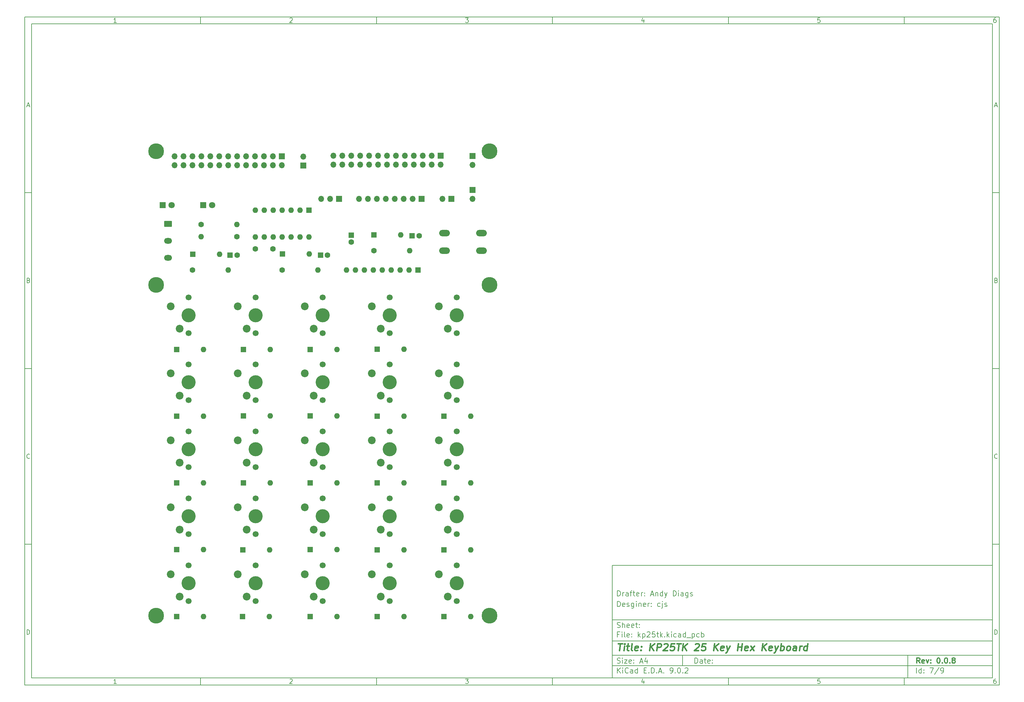
<source format=gts>
%TF.GenerationSoftware,KiCad,Pcbnew,9.0.2+1*%
%TF.CreationDate,2025-06-13T17:56:32+09:00*%
%TF.ProjectId,kp25tk,6b703235-746b-42e6-9b69-6361645f7063,0.0.8*%
%TF.SameCoordinates,Original*%
%TF.FileFunction,Soldermask,Top*%
%TF.FilePolarity,Negative*%
%FSLAX46Y46*%
G04 Gerber Fmt 4.6, Leading zero omitted, Abs format (unit mm)*
G04 Created by KiCad (PCBNEW 9.0.2+1) date 2025-06-13 17:56:32*
%MOMM*%
%LPD*%
G01*
G04 APERTURE LIST*
G04 Aperture macros list*
%AMRoundRect*
0 Rectangle with rounded corners*
0 $1 Rounding radius*
0 $2 $3 $4 $5 $6 $7 $8 $9 X,Y pos of 4 corners*
0 Add a 4 corners polygon primitive as box body*
4,1,4,$2,$3,$4,$5,$6,$7,$8,$9,$2,$3,0*
0 Add four circle primitives for the rounded corners*
1,1,$1+$1,$2,$3*
1,1,$1+$1,$4,$5*
1,1,$1+$1,$6,$7*
1,1,$1+$1,$8,$9*
0 Add four rect primitives between the rounded corners*
20,1,$1+$1,$2,$3,$4,$5,0*
20,1,$1+$1,$4,$5,$6,$7,0*
20,1,$1+$1,$6,$7,$8,$9,0*
20,1,$1+$1,$8,$9,$2,$3,0*%
G04 Aperture macros list end*
%ADD10C,0.100000*%
%ADD11C,0.150000*%
%ADD12C,0.300000*%
%ADD13C,0.400000*%
%ADD14R,1.600000X1.600000*%
%ADD15O,1.600000X1.600000*%
%ADD16C,1.600000*%
%ADD17C,1.700000*%
%ADD18C,4.000000*%
%ADD19C,2.200000*%
%ADD20C,4.500000*%
%ADD21RoundRect,0.102000X-1.040000X0.704000X-1.040000X-0.704000X1.040000X-0.704000X1.040000X0.704000X0*%
%ADD22O,2.284000X1.612000*%
%ADD23R,1.700000X1.700000*%
%ADD24O,1.700000X1.700000*%
%ADD25R,1.800000X1.800000*%
%ADD26C,1.800000*%
%ADD27O,3.048000X1.850000*%
G04 APERTURE END LIST*
D10*
D11*
X177002200Y-166007200D02*
X285002200Y-166007200D01*
X285002200Y-198007200D01*
X177002200Y-198007200D01*
X177002200Y-166007200D01*
D10*
D11*
X10000000Y-10000000D02*
X287002200Y-10000000D01*
X287002200Y-200007200D01*
X10000000Y-200007200D01*
X10000000Y-10000000D01*
D10*
D11*
X12000000Y-12000000D02*
X285002200Y-12000000D01*
X285002200Y-198007200D01*
X12000000Y-198007200D01*
X12000000Y-12000000D01*
D10*
D11*
X60000000Y-12000000D02*
X60000000Y-10000000D01*
D10*
D11*
X110000000Y-12000000D02*
X110000000Y-10000000D01*
D10*
D11*
X160000000Y-12000000D02*
X160000000Y-10000000D01*
D10*
D11*
X210000000Y-12000000D02*
X210000000Y-10000000D01*
D10*
D11*
X260000000Y-12000000D02*
X260000000Y-10000000D01*
D10*
D11*
X36089160Y-11593604D02*
X35346303Y-11593604D01*
X35717731Y-11593604D02*
X35717731Y-10293604D01*
X35717731Y-10293604D02*
X35593922Y-10479319D01*
X35593922Y-10479319D02*
X35470112Y-10603128D01*
X35470112Y-10603128D02*
X35346303Y-10665033D01*
D10*
D11*
X85346303Y-10417414D02*
X85408207Y-10355509D01*
X85408207Y-10355509D02*
X85532017Y-10293604D01*
X85532017Y-10293604D02*
X85841541Y-10293604D01*
X85841541Y-10293604D02*
X85965350Y-10355509D01*
X85965350Y-10355509D02*
X86027255Y-10417414D01*
X86027255Y-10417414D02*
X86089160Y-10541223D01*
X86089160Y-10541223D02*
X86089160Y-10665033D01*
X86089160Y-10665033D02*
X86027255Y-10850747D01*
X86027255Y-10850747D02*
X85284398Y-11593604D01*
X85284398Y-11593604D02*
X86089160Y-11593604D01*
D10*
D11*
X135284398Y-10293604D02*
X136089160Y-10293604D01*
X136089160Y-10293604D02*
X135655826Y-10788842D01*
X135655826Y-10788842D02*
X135841541Y-10788842D01*
X135841541Y-10788842D02*
X135965350Y-10850747D01*
X135965350Y-10850747D02*
X136027255Y-10912652D01*
X136027255Y-10912652D02*
X136089160Y-11036461D01*
X136089160Y-11036461D02*
X136089160Y-11345985D01*
X136089160Y-11345985D02*
X136027255Y-11469795D01*
X136027255Y-11469795D02*
X135965350Y-11531700D01*
X135965350Y-11531700D02*
X135841541Y-11593604D01*
X135841541Y-11593604D02*
X135470112Y-11593604D01*
X135470112Y-11593604D02*
X135346303Y-11531700D01*
X135346303Y-11531700D02*
X135284398Y-11469795D01*
D10*
D11*
X185965350Y-10726938D02*
X185965350Y-11593604D01*
X185655826Y-10231700D02*
X185346303Y-11160271D01*
X185346303Y-11160271D02*
X186151064Y-11160271D01*
D10*
D11*
X236027255Y-10293604D02*
X235408207Y-10293604D01*
X235408207Y-10293604D02*
X235346303Y-10912652D01*
X235346303Y-10912652D02*
X235408207Y-10850747D01*
X235408207Y-10850747D02*
X235532017Y-10788842D01*
X235532017Y-10788842D02*
X235841541Y-10788842D01*
X235841541Y-10788842D02*
X235965350Y-10850747D01*
X235965350Y-10850747D02*
X236027255Y-10912652D01*
X236027255Y-10912652D02*
X236089160Y-11036461D01*
X236089160Y-11036461D02*
X236089160Y-11345985D01*
X236089160Y-11345985D02*
X236027255Y-11469795D01*
X236027255Y-11469795D02*
X235965350Y-11531700D01*
X235965350Y-11531700D02*
X235841541Y-11593604D01*
X235841541Y-11593604D02*
X235532017Y-11593604D01*
X235532017Y-11593604D02*
X235408207Y-11531700D01*
X235408207Y-11531700D02*
X235346303Y-11469795D01*
D10*
D11*
X285965350Y-10293604D02*
X285717731Y-10293604D01*
X285717731Y-10293604D02*
X285593922Y-10355509D01*
X285593922Y-10355509D02*
X285532017Y-10417414D01*
X285532017Y-10417414D02*
X285408207Y-10603128D01*
X285408207Y-10603128D02*
X285346303Y-10850747D01*
X285346303Y-10850747D02*
X285346303Y-11345985D01*
X285346303Y-11345985D02*
X285408207Y-11469795D01*
X285408207Y-11469795D02*
X285470112Y-11531700D01*
X285470112Y-11531700D02*
X285593922Y-11593604D01*
X285593922Y-11593604D02*
X285841541Y-11593604D01*
X285841541Y-11593604D02*
X285965350Y-11531700D01*
X285965350Y-11531700D02*
X286027255Y-11469795D01*
X286027255Y-11469795D02*
X286089160Y-11345985D01*
X286089160Y-11345985D02*
X286089160Y-11036461D01*
X286089160Y-11036461D02*
X286027255Y-10912652D01*
X286027255Y-10912652D02*
X285965350Y-10850747D01*
X285965350Y-10850747D02*
X285841541Y-10788842D01*
X285841541Y-10788842D02*
X285593922Y-10788842D01*
X285593922Y-10788842D02*
X285470112Y-10850747D01*
X285470112Y-10850747D02*
X285408207Y-10912652D01*
X285408207Y-10912652D02*
X285346303Y-11036461D01*
D10*
D11*
X60000000Y-198007200D02*
X60000000Y-200007200D01*
D10*
D11*
X110000000Y-198007200D02*
X110000000Y-200007200D01*
D10*
D11*
X160000000Y-198007200D02*
X160000000Y-200007200D01*
D10*
D11*
X210000000Y-198007200D02*
X210000000Y-200007200D01*
D10*
D11*
X260000000Y-198007200D02*
X260000000Y-200007200D01*
D10*
D11*
X36089160Y-199600804D02*
X35346303Y-199600804D01*
X35717731Y-199600804D02*
X35717731Y-198300804D01*
X35717731Y-198300804D02*
X35593922Y-198486519D01*
X35593922Y-198486519D02*
X35470112Y-198610328D01*
X35470112Y-198610328D02*
X35346303Y-198672233D01*
D10*
D11*
X85346303Y-198424614D02*
X85408207Y-198362709D01*
X85408207Y-198362709D02*
X85532017Y-198300804D01*
X85532017Y-198300804D02*
X85841541Y-198300804D01*
X85841541Y-198300804D02*
X85965350Y-198362709D01*
X85965350Y-198362709D02*
X86027255Y-198424614D01*
X86027255Y-198424614D02*
X86089160Y-198548423D01*
X86089160Y-198548423D02*
X86089160Y-198672233D01*
X86089160Y-198672233D02*
X86027255Y-198857947D01*
X86027255Y-198857947D02*
X85284398Y-199600804D01*
X85284398Y-199600804D02*
X86089160Y-199600804D01*
D10*
D11*
X135284398Y-198300804D02*
X136089160Y-198300804D01*
X136089160Y-198300804D02*
X135655826Y-198796042D01*
X135655826Y-198796042D02*
X135841541Y-198796042D01*
X135841541Y-198796042D02*
X135965350Y-198857947D01*
X135965350Y-198857947D02*
X136027255Y-198919852D01*
X136027255Y-198919852D02*
X136089160Y-199043661D01*
X136089160Y-199043661D02*
X136089160Y-199353185D01*
X136089160Y-199353185D02*
X136027255Y-199476995D01*
X136027255Y-199476995D02*
X135965350Y-199538900D01*
X135965350Y-199538900D02*
X135841541Y-199600804D01*
X135841541Y-199600804D02*
X135470112Y-199600804D01*
X135470112Y-199600804D02*
X135346303Y-199538900D01*
X135346303Y-199538900D02*
X135284398Y-199476995D01*
D10*
D11*
X185965350Y-198734138D02*
X185965350Y-199600804D01*
X185655826Y-198238900D02*
X185346303Y-199167471D01*
X185346303Y-199167471D02*
X186151064Y-199167471D01*
D10*
D11*
X236027255Y-198300804D02*
X235408207Y-198300804D01*
X235408207Y-198300804D02*
X235346303Y-198919852D01*
X235346303Y-198919852D02*
X235408207Y-198857947D01*
X235408207Y-198857947D02*
X235532017Y-198796042D01*
X235532017Y-198796042D02*
X235841541Y-198796042D01*
X235841541Y-198796042D02*
X235965350Y-198857947D01*
X235965350Y-198857947D02*
X236027255Y-198919852D01*
X236027255Y-198919852D02*
X236089160Y-199043661D01*
X236089160Y-199043661D02*
X236089160Y-199353185D01*
X236089160Y-199353185D02*
X236027255Y-199476995D01*
X236027255Y-199476995D02*
X235965350Y-199538900D01*
X235965350Y-199538900D02*
X235841541Y-199600804D01*
X235841541Y-199600804D02*
X235532017Y-199600804D01*
X235532017Y-199600804D02*
X235408207Y-199538900D01*
X235408207Y-199538900D02*
X235346303Y-199476995D01*
D10*
D11*
X285965350Y-198300804D02*
X285717731Y-198300804D01*
X285717731Y-198300804D02*
X285593922Y-198362709D01*
X285593922Y-198362709D02*
X285532017Y-198424614D01*
X285532017Y-198424614D02*
X285408207Y-198610328D01*
X285408207Y-198610328D02*
X285346303Y-198857947D01*
X285346303Y-198857947D02*
X285346303Y-199353185D01*
X285346303Y-199353185D02*
X285408207Y-199476995D01*
X285408207Y-199476995D02*
X285470112Y-199538900D01*
X285470112Y-199538900D02*
X285593922Y-199600804D01*
X285593922Y-199600804D02*
X285841541Y-199600804D01*
X285841541Y-199600804D02*
X285965350Y-199538900D01*
X285965350Y-199538900D02*
X286027255Y-199476995D01*
X286027255Y-199476995D02*
X286089160Y-199353185D01*
X286089160Y-199353185D02*
X286089160Y-199043661D01*
X286089160Y-199043661D02*
X286027255Y-198919852D01*
X286027255Y-198919852D02*
X285965350Y-198857947D01*
X285965350Y-198857947D02*
X285841541Y-198796042D01*
X285841541Y-198796042D02*
X285593922Y-198796042D01*
X285593922Y-198796042D02*
X285470112Y-198857947D01*
X285470112Y-198857947D02*
X285408207Y-198919852D01*
X285408207Y-198919852D02*
X285346303Y-199043661D01*
D10*
D11*
X10000000Y-60000000D02*
X12000000Y-60000000D01*
D10*
D11*
X10000000Y-110000000D02*
X12000000Y-110000000D01*
D10*
D11*
X10000000Y-160000000D02*
X12000000Y-160000000D01*
D10*
D11*
X10690476Y-35222176D02*
X11309523Y-35222176D01*
X10566666Y-35593604D02*
X10999999Y-34293604D01*
X10999999Y-34293604D02*
X11433333Y-35593604D01*
D10*
D11*
X11092857Y-84912652D02*
X11278571Y-84974557D01*
X11278571Y-84974557D02*
X11340476Y-85036461D01*
X11340476Y-85036461D02*
X11402380Y-85160271D01*
X11402380Y-85160271D02*
X11402380Y-85345985D01*
X11402380Y-85345985D02*
X11340476Y-85469795D01*
X11340476Y-85469795D02*
X11278571Y-85531700D01*
X11278571Y-85531700D02*
X11154761Y-85593604D01*
X11154761Y-85593604D02*
X10659523Y-85593604D01*
X10659523Y-85593604D02*
X10659523Y-84293604D01*
X10659523Y-84293604D02*
X11092857Y-84293604D01*
X11092857Y-84293604D02*
X11216666Y-84355509D01*
X11216666Y-84355509D02*
X11278571Y-84417414D01*
X11278571Y-84417414D02*
X11340476Y-84541223D01*
X11340476Y-84541223D02*
X11340476Y-84665033D01*
X11340476Y-84665033D02*
X11278571Y-84788842D01*
X11278571Y-84788842D02*
X11216666Y-84850747D01*
X11216666Y-84850747D02*
X11092857Y-84912652D01*
X11092857Y-84912652D02*
X10659523Y-84912652D01*
D10*
D11*
X11402380Y-135469795D02*
X11340476Y-135531700D01*
X11340476Y-135531700D02*
X11154761Y-135593604D01*
X11154761Y-135593604D02*
X11030952Y-135593604D01*
X11030952Y-135593604D02*
X10845238Y-135531700D01*
X10845238Y-135531700D02*
X10721428Y-135407890D01*
X10721428Y-135407890D02*
X10659523Y-135284080D01*
X10659523Y-135284080D02*
X10597619Y-135036461D01*
X10597619Y-135036461D02*
X10597619Y-134850747D01*
X10597619Y-134850747D02*
X10659523Y-134603128D01*
X10659523Y-134603128D02*
X10721428Y-134479319D01*
X10721428Y-134479319D02*
X10845238Y-134355509D01*
X10845238Y-134355509D02*
X11030952Y-134293604D01*
X11030952Y-134293604D02*
X11154761Y-134293604D01*
X11154761Y-134293604D02*
X11340476Y-134355509D01*
X11340476Y-134355509D02*
X11402380Y-134417414D01*
D10*
D11*
X10659523Y-185593604D02*
X10659523Y-184293604D01*
X10659523Y-184293604D02*
X10969047Y-184293604D01*
X10969047Y-184293604D02*
X11154761Y-184355509D01*
X11154761Y-184355509D02*
X11278571Y-184479319D01*
X11278571Y-184479319D02*
X11340476Y-184603128D01*
X11340476Y-184603128D02*
X11402380Y-184850747D01*
X11402380Y-184850747D02*
X11402380Y-185036461D01*
X11402380Y-185036461D02*
X11340476Y-185284080D01*
X11340476Y-185284080D02*
X11278571Y-185407890D01*
X11278571Y-185407890D02*
X11154761Y-185531700D01*
X11154761Y-185531700D02*
X10969047Y-185593604D01*
X10969047Y-185593604D02*
X10659523Y-185593604D01*
D10*
D11*
X287002200Y-60000000D02*
X285002200Y-60000000D01*
D10*
D11*
X287002200Y-110000000D02*
X285002200Y-110000000D01*
D10*
D11*
X287002200Y-160000000D02*
X285002200Y-160000000D01*
D10*
D11*
X285692676Y-35222176D02*
X286311723Y-35222176D01*
X285568866Y-35593604D02*
X286002199Y-34293604D01*
X286002199Y-34293604D02*
X286435533Y-35593604D01*
D10*
D11*
X286095057Y-84912652D02*
X286280771Y-84974557D01*
X286280771Y-84974557D02*
X286342676Y-85036461D01*
X286342676Y-85036461D02*
X286404580Y-85160271D01*
X286404580Y-85160271D02*
X286404580Y-85345985D01*
X286404580Y-85345985D02*
X286342676Y-85469795D01*
X286342676Y-85469795D02*
X286280771Y-85531700D01*
X286280771Y-85531700D02*
X286156961Y-85593604D01*
X286156961Y-85593604D02*
X285661723Y-85593604D01*
X285661723Y-85593604D02*
X285661723Y-84293604D01*
X285661723Y-84293604D02*
X286095057Y-84293604D01*
X286095057Y-84293604D02*
X286218866Y-84355509D01*
X286218866Y-84355509D02*
X286280771Y-84417414D01*
X286280771Y-84417414D02*
X286342676Y-84541223D01*
X286342676Y-84541223D02*
X286342676Y-84665033D01*
X286342676Y-84665033D02*
X286280771Y-84788842D01*
X286280771Y-84788842D02*
X286218866Y-84850747D01*
X286218866Y-84850747D02*
X286095057Y-84912652D01*
X286095057Y-84912652D02*
X285661723Y-84912652D01*
D10*
D11*
X286404580Y-135469795D02*
X286342676Y-135531700D01*
X286342676Y-135531700D02*
X286156961Y-135593604D01*
X286156961Y-135593604D02*
X286033152Y-135593604D01*
X286033152Y-135593604D02*
X285847438Y-135531700D01*
X285847438Y-135531700D02*
X285723628Y-135407890D01*
X285723628Y-135407890D02*
X285661723Y-135284080D01*
X285661723Y-135284080D02*
X285599819Y-135036461D01*
X285599819Y-135036461D02*
X285599819Y-134850747D01*
X285599819Y-134850747D02*
X285661723Y-134603128D01*
X285661723Y-134603128D02*
X285723628Y-134479319D01*
X285723628Y-134479319D02*
X285847438Y-134355509D01*
X285847438Y-134355509D02*
X286033152Y-134293604D01*
X286033152Y-134293604D02*
X286156961Y-134293604D01*
X286156961Y-134293604D02*
X286342676Y-134355509D01*
X286342676Y-134355509D02*
X286404580Y-134417414D01*
D10*
D11*
X285661723Y-185593604D02*
X285661723Y-184293604D01*
X285661723Y-184293604D02*
X285971247Y-184293604D01*
X285971247Y-184293604D02*
X286156961Y-184355509D01*
X286156961Y-184355509D02*
X286280771Y-184479319D01*
X286280771Y-184479319D02*
X286342676Y-184603128D01*
X286342676Y-184603128D02*
X286404580Y-184850747D01*
X286404580Y-184850747D02*
X286404580Y-185036461D01*
X286404580Y-185036461D02*
X286342676Y-185284080D01*
X286342676Y-185284080D02*
X286280771Y-185407890D01*
X286280771Y-185407890D02*
X286156961Y-185531700D01*
X286156961Y-185531700D02*
X285971247Y-185593604D01*
X285971247Y-185593604D02*
X285661723Y-185593604D01*
D10*
D11*
X200458026Y-193793328D02*
X200458026Y-192293328D01*
X200458026Y-192293328D02*
X200815169Y-192293328D01*
X200815169Y-192293328D02*
X201029455Y-192364757D01*
X201029455Y-192364757D02*
X201172312Y-192507614D01*
X201172312Y-192507614D02*
X201243741Y-192650471D01*
X201243741Y-192650471D02*
X201315169Y-192936185D01*
X201315169Y-192936185D02*
X201315169Y-193150471D01*
X201315169Y-193150471D02*
X201243741Y-193436185D01*
X201243741Y-193436185D02*
X201172312Y-193579042D01*
X201172312Y-193579042D02*
X201029455Y-193721900D01*
X201029455Y-193721900D02*
X200815169Y-193793328D01*
X200815169Y-193793328D02*
X200458026Y-193793328D01*
X202600884Y-193793328D02*
X202600884Y-193007614D01*
X202600884Y-193007614D02*
X202529455Y-192864757D01*
X202529455Y-192864757D02*
X202386598Y-192793328D01*
X202386598Y-192793328D02*
X202100884Y-192793328D01*
X202100884Y-192793328D02*
X201958026Y-192864757D01*
X202600884Y-193721900D02*
X202458026Y-193793328D01*
X202458026Y-193793328D02*
X202100884Y-193793328D01*
X202100884Y-193793328D02*
X201958026Y-193721900D01*
X201958026Y-193721900D02*
X201886598Y-193579042D01*
X201886598Y-193579042D02*
X201886598Y-193436185D01*
X201886598Y-193436185D02*
X201958026Y-193293328D01*
X201958026Y-193293328D02*
X202100884Y-193221900D01*
X202100884Y-193221900D02*
X202458026Y-193221900D01*
X202458026Y-193221900D02*
X202600884Y-193150471D01*
X203100884Y-192793328D02*
X203672312Y-192793328D01*
X203315169Y-192293328D02*
X203315169Y-193579042D01*
X203315169Y-193579042D02*
X203386598Y-193721900D01*
X203386598Y-193721900D02*
X203529455Y-193793328D01*
X203529455Y-193793328D02*
X203672312Y-193793328D01*
X204743741Y-193721900D02*
X204600884Y-193793328D01*
X204600884Y-193793328D02*
X204315170Y-193793328D01*
X204315170Y-193793328D02*
X204172312Y-193721900D01*
X204172312Y-193721900D02*
X204100884Y-193579042D01*
X204100884Y-193579042D02*
X204100884Y-193007614D01*
X204100884Y-193007614D02*
X204172312Y-192864757D01*
X204172312Y-192864757D02*
X204315170Y-192793328D01*
X204315170Y-192793328D02*
X204600884Y-192793328D01*
X204600884Y-192793328D02*
X204743741Y-192864757D01*
X204743741Y-192864757D02*
X204815170Y-193007614D01*
X204815170Y-193007614D02*
X204815170Y-193150471D01*
X204815170Y-193150471D02*
X204100884Y-193293328D01*
X205458026Y-193650471D02*
X205529455Y-193721900D01*
X205529455Y-193721900D02*
X205458026Y-193793328D01*
X205458026Y-193793328D02*
X205386598Y-193721900D01*
X205386598Y-193721900D02*
X205458026Y-193650471D01*
X205458026Y-193650471D02*
X205458026Y-193793328D01*
X205458026Y-192864757D02*
X205529455Y-192936185D01*
X205529455Y-192936185D02*
X205458026Y-193007614D01*
X205458026Y-193007614D02*
X205386598Y-192936185D01*
X205386598Y-192936185D02*
X205458026Y-192864757D01*
X205458026Y-192864757D02*
X205458026Y-193007614D01*
D10*
D11*
X177002200Y-194507200D02*
X285002200Y-194507200D01*
D10*
D11*
X178458026Y-196593328D02*
X178458026Y-195093328D01*
X179315169Y-196593328D02*
X178672312Y-195736185D01*
X179315169Y-195093328D02*
X178458026Y-195950471D01*
X179958026Y-196593328D02*
X179958026Y-195593328D01*
X179958026Y-195093328D02*
X179886598Y-195164757D01*
X179886598Y-195164757D02*
X179958026Y-195236185D01*
X179958026Y-195236185D02*
X180029455Y-195164757D01*
X180029455Y-195164757D02*
X179958026Y-195093328D01*
X179958026Y-195093328D02*
X179958026Y-195236185D01*
X181529455Y-196450471D02*
X181458027Y-196521900D01*
X181458027Y-196521900D02*
X181243741Y-196593328D01*
X181243741Y-196593328D02*
X181100884Y-196593328D01*
X181100884Y-196593328D02*
X180886598Y-196521900D01*
X180886598Y-196521900D02*
X180743741Y-196379042D01*
X180743741Y-196379042D02*
X180672312Y-196236185D01*
X180672312Y-196236185D02*
X180600884Y-195950471D01*
X180600884Y-195950471D02*
X180600884Y-195736185D01*
X180600884Y-195736185D02*
X180672312Y-195450471D01*
X180672312Y-195450471D02*
X180743741Y-195307614D01*
X180743741Y-195307614D02*
X180886598Y-195164757D01*
X180886598Y-195164757D02*
X181100884Y-195093328D01*
X181100884Y-195093328D02*
X181243741Y-195093328D01*
X181243741Y-195093328D02*
X181458027Y-195164757D01*
X181458027Y-195164757D02*
X181529455Y-195236185D01*
X182815170Y-196593328D02*
X182815170Y-195807614D01*
X182815170Y-195807614D02*
X182743741Y-195664757D01*
X182743741Y-195664757D02*
X182600884Y-195593328D01*
X182600884Y-195593328D02*
X182315170Y-195593328D01*
X182315170Y-195593328D02*
X182172312Y-195664757D01*
X182815170Y-196521900D02*
X182672312Y-196593328D01*
X182672312Y-196593328D02*
X182315170Y-196593328D01*
X182315170Y-196593328D02*
X182172312Y-196521900D01*
X182172312Y-196521900D02*
X182100884Y-196379042D01*
X182100884Y-196379042D02*
X182100884Y-196236185D01*
X182100884Y-196236185D02*
X182172312Y-196093328D01*
X182172312Y-196093328D02*
X182315170Y-196021900D01*
X182315170Y-196021900D02*
X182672312Y-196021900D01*
X182672312Y-196021900D02*
X182815170Y-195950471D01*
X184172313Y-196593328D02*
X184172313Y-195093328D01*
X184172313Y-196521900D02*
X184029455Y-196593328D01*
X184029455Y-196593328D02*
X183743741Y-196593328D01*
X183743741Y-196593328D02*
X183600884Y-196521900D01*
X183600884Y-196521900D02*
X183529455Y-196450471D01*
X183529455Y-196450471D02*
X183458027Y-196307614D01*
X183458027Y-196307614D02*
X183458027Y-195879042D01*
X183458027Y-195879042D02*
X183529455Y-195736185D01*
X183529455Y-195736185D02*
X183600884Y-195664757D01*
X183600884Y-195664757D02*
X183743741Y-195593328D01*
X183743741Y-195593328D02*
X184029455Y-195593328D01*
X184029455Y-195593328D02*
X184172313Y-195664757D01*
X186029455Y-195807614D02*
X186529455Y-195807614D01*
X186743741Y-196593328D02*
X186029455Y-196593328D01*
X186029455Y-196593328D02*
X186029455Y-195093328D01*
X186029455Y-195093328D02*
X186743741Y-195093328D01*
X187386598Y-196450471D02*
X187458027Y-196521900D01*
X187458027Y-196521900D02*
X187386598Y-196593328D01*
X187386598Y-196593328D02*
X187315170Y-196521900D01*
X187315170Y-196521900D02*
X187386598Y-196450471D01*
X187386598Y-196450471D02*
X187386598Y-196593328D01*
X188100884Y-196593328D02*
X188100884Y-195093328D01*
X188100884Y-195093328D02*
X188458027Y-195093328D01*
X188458027Y-195093328D02*
X188672313Y-195164757D01*
X188672313Y-195164757D02*
X188815170Y-195307614D01*
X188815170Y-195307614D02*
X188886599Y-195450471D01*
X188886599Y-195450471D02*
X188958027Y-195736185D01*
X188958027Y-195736185D02*
X188958027Y-195950471D01*
X188958027Y-195950471D02*
X188886599Y-196236185D01*
X188886599Y-196236185D02*
X188815170Y-196379042D01*
X188815170Y-196379042D02*
X188672313Y-196521900D01*
X188672313Y-196521900D02*
X188458027Y-196593328D01*
X188458027Y-196593328D02*
X188100884Y-196593328D01*
X189600884Y-196450471D02*
X189672313Y-196521900D01*
X189672313Y-196521900D02*
X189600884Y-196593328D01*
X189600884Y-196593328D02*
X189529456Y-196521900D01*
X189529456Y-196521900D02*
X189600884Y-196450471D01*
X189600884Y-196450471D02*
X189600884Y-196593328D01*
X190243742Y-196164757D02*
X190958028Y-196164757D01*
X190100885Y-196593328D02*
X190600885Y-195093328D01*
X190600885Y-195093328D02*
X191100885Y-196593328D01*
X191600884Y-196450471D02*
X191672313Y-196521900D01*
X191672313Y-196521900D02*
X191600884Y-196593328D01*
X191600884Y-196593328D02*
X191529456Y-196521900D01*
X191529456Y-196521900D02*
X191600884Y-196450471D01*
X191600884Y-196450471D02*
X191600884Y-196593328D01*
X193529456Y-196593328D02*
X193815170Y-196593328D01*
X193815170Y-196593328D02*
X193958027Y-196521900D01*
X193958027Y-196521900D02*
X194029456Y-196450471D01*
X194029456Y-196450471D02*
X194172313Y-196236185D01*
X194172313Y-196236185D02*
X194243742Y-195950471D01*
X194243742Y-195950471D02*
X194243742Y-195379042D01*
X194243742Y-195379042D02*
X194172313Y-195236185D01*
X194172313Y-195236185D02*
X194100885Y-195164757D01*
X194100885Y-195164757D02*
X193958027Y-195093328D01*
X193958027Y-195093328D02*
X193672313Y-195093328D01*
X193672313Y-195093328D02*
X193529456Y-195164757D01*
X193529456Y-195164757D02*
X193458027Y-195236185D01*
X193458027Y-195236185D02*
X193386599Y-195379042D01*
X193386599Y-195379042D02*
X193386599Y-195736185D01*
X193386599Y-195736185D02*
X193458027Y-195879042D01*
X193458027Y-195879042D02*
X193529456Y-195950471D01*
X193529456Y-195950471D02*
X193672313Y-196021900D01*
X193672313Y-196021900D02*
X193958027Y-196021900D01*
X193958027Y-196021900D02*
X194100885Y-195950471D01*
X194100885Y-195950471D02*
X194172313Y-195879042D01*
X194172313Y-195879042D02*
X194243742Y-195736185D01*
X194886598Y-196450471D02*
X194958027Y-196521900D01*
X194958027Y-196521900D02*
X194886598Y-196593328D01*
X194886598Y-196593328D02*
X194815170Y-196521900D01*
X194815170Y-196521900D02*
X194886598Y-196450471D01*
X194886598Y-196450471D02*
X194886598Y-196593328D01*
X195886599Y-195093328D02*
X196029456Y-195093328D01*
X196029456Y-195093328D02*
X196172313Y-195164757D01*
X196172313Y-195164757D02*
X196243742Y-195236185D01*
X196243742Y-195236185D02*
X196315170Y-195379042D01*
X196315170Y-195379042D02*
X196386599Y-195664757D01*
X196386599Y-195664757D02*
X196386599Y-196021900D01*
X196386599Y-196021900D02*
X196315170Y-196307614D01*
X196315170Y-196307614D02*
X196243742Y-196450471D01*
X196243742Y-196450471D02*
X196172313Y-196521900D01*
X196172313Y-196521900D02*
X196029456Y-196593328D01*
X196029456Y-196593328D02*
X195886599Y-196593328D01*
X195886599Y-196593328D02*
X195743742Y-196521900D01*
X195743742Y-196521900D02*
X195672313Y-196450471D01*
X195672313Y-196450471D02*
X195600884Y-196307614D01*
X195600884Y-196307614D02*
X195529456Y-196021900D01*
X195529456Y-196021900D02*
X195529456Y-195664757D01*
X195529456Y-195664757D02*
X195600884Y-195379042D01*
X195600884Y-195379042D02*
X195672313Y-195236185D01*
X195672313Y-195236185D02*
X195743742Y-195164757D01*
X195743742Y-195164757D02*
X195886599Y-195093328D01*
X197029455Y-196450471D02*
X197100884Y-196521900D01*
X197100884Y-196521900D02*
X197029455Y-196593328D01*
X197029455Y-196593328D02*
X196958027Y-196521900D01*
X196958027Y-196521900D02*
X197029455Y-196450471D01*
X197029455Y-196450471D02*
X197029455Y-196593328D01*
X197672313Y-195236185D02*
X197743741Y-195164757D01*
X197743741Y-195164757D02*
X197886599Y-195093328D01*
X197886599Y-195093328D02*
X198243741Y-195093328D01*
X198243741Y-195093328D02*
X198386599Y-195164757D01*
X198386599Y-195164757D02*
X198458027Y-195236185D01*
X198458027Y-195236185D02*
X198529456Y-195379042D01*
X198529456Y-195379042D02*
X198529456Y-195521900D01*
X198529456Y-195521900D02*
X198458027Y-195736185D01*
X198458027Y-195736185D02*
X197600884Y-196593328D01*
X197600884Y-196593328D02*
X198529456Y-196593328D01*
D10*
D11*
X177002200Y-191507200D02*
X285002200Y-191507200D01*
D10*
D12*
X264413853Y-193785528D02*
X263913853Y-193071242D01*
X263556710Y-193785528D02*
X263556710Y-192285528D01*
X263556710Y-192285528D02*
X264128139Y-192285528D01*
X264128139Y-192285528D02*
X264270996Y-192356957D01*
X264270996Y-192356957D02*
X264342425Y-192428385D01*
X264342425Y-192428385D02*
X264413853Y-192571242D01*
X264413853Y-192571242D02*
X264413853Y-192785528D01*
X264413853Y-192785528D02*
X264342425Y-192928385D01*
X264342425Y-192928385D02*
X264270996Y-192999814D01*
X264270996Y-192999814D02*
X264128139Y-193071242D01*
X264128139Y-193071242D02*
X263556710Y-193071242D01*
X265628139Y-193714100D02*
X265485282Y-193785528D01*
X265485282Y-193785528D02*
X265199568Y-193785528D01*
X265199568Y-193785528D02*
X265056710Y-193714100D01*
X265056710Y-193714100D02*
X264985282Y-193571242D01*
X264985282Y-193571242D02*
X264985282Y-192999814D01*
X264985282Y-192999814D02*
X265056710Y-192856957D01*
X265056710Y-192856957D02*
X265199568Y-192785528D01*
X265199568Y-192785528D02*
X265485282Y-192785528D01*
X265485282Y-192785528D02*
X265628139Y-192856957D01*
X265628139Y-192856957D02*
X265699568Y-192999814D01*
X265699568Y-192999814D02*
X265699568Y-193142671D01*
X265699568Y-193142671D02*
X264985282Y-193285528D01*
X266199567Y-192785528D02*
X266556710Y-193785528D01*
X266556710Y-193785528D02*
X266913853Y-192785528D01*
X267485281Y-193642671D02*
X267556710Y-193714100D01*
X267556710Y-193714100D02*
X267485281Y-193785528D01*
X267485281Y-193785528D02*
X267413853Y-193714100D01*
X267413853Y-193714100D02*
X267485281Y-193642671D01*
X267485281Y-193642671D02*
X267485281Y-193785528D01*
X267485281Y-192856957D02*
X267556710Y-192928385D01*
X267556710Y-192928385D02*
X267485281Y-192999814D01*
X267485281Y-192999814D02*
X267413853Y-192928385D01*
X267413853Y-192928385D02*
X267485281Y-192856957D01*
X267485281Y-192856957D02*
X267485281Y-192999814D01*
X269628139Y-192285528D02*
X269770996Y-192285528D01*
X269770996Y-192285528D02*
X269913853Y-192356957D01*
X269913853Y-192356957D02*
X269985282Y-192428385D01*
X269985282Y-192428385D02*
X270056710Y-192571242D01*
X270056710Y-192571242D02*
X270128139Y-192856957D01*
X270128139Y-192856957D02*
X270128139Y-193214100D01*
X270128139Y-193214100D02*
X270056710Y-193499814D01*
X270056710Y-193499814D02*
X269985282Y-193642671D01*
X269985282Y-193642671D02*
X269913853Y-193714100D01*
X269913853Y-193714100D02*
X269770996Y-193785528D01*
X269770996Y-193785528D02*
X269628139Y-193785528D01*
X269628139Y-193785528D02*
X269485282Y-193714100D01*
X269485282Y-193714100D02*
X269413853Y-193642671D01*
X269413853Y-193642671D02*
X269342424Y-193499814D01*
X269342424Y-193499814D02*
X269270996Y-193214100D01*
X269270996Y-193214100D02*
X269270996Y-192856957D01*
X269270996Y-192856957D02*
X269342424Y-192571242D01*
X269342424Y-192571242D02*
X269413853Y-192428385D01*
X269413853Y-192428385D02*
X269485282Y-192356957D01*
X269485282Y-192356957D02*
X269628139Y-192285528D01*
X270770995Y-193642671D02*
X270842424Y-193714100D01*
X270842424Y-193714100D02*
X270770995Y-193785528D01*
X270770995Y-193785528D02*
X270699567Y-193714100D01*
X270699567Y-193714100D02*
X270770995Y-193642671D01*
X270770995Y-193642671D02*
X270770995Y-193785528D01*
X271770996Y-192285528D02*
X271913853Y-192285528D01*
X271913853Y-192285528D02*
X272056710Y-192356957D01*
X272056710Y-192356957D02*
X272128139Y-192428385D01*
X272128139Y-192428385D02*
X272199567Y-192571242D01*
X272199567Y-192571242D02*
X272270996Y-192856957D01*
X272270996Y-192856957D02*
X272270996Y-193214100D01*
X272270996Y-193214100D02*
X272199567Y-193499814D01*
X272199567Y-193499814D02*
X272128139Y-193642671D01*
X272128139Y-193642671D02*
X272056710Y-193714100D01*
X272056710Y-193714100D02*
X271913853Y-193785528D01*
X271913853Y-193785528D02*
X271770996Y-193785528D01*
X271770996Y-193785528D02*
X271628139Y-193714100D01*
X271628139Y-193714100D02*
X271556710Y-193642671D01*
X271556710Y-193642671D02*
X271485281Y-193499814D01*
X271485281Y-193499814D02*
X271413853Y-193214100D01*
X271413853Y-193214100D02*
X271413853Y-192856957D01*
X271413853Y-192856957D02*
X271485281Y-192571242D01*
X271485281Y-192571242D02*
X271556710Y-192428385D01*
X271556710Y-192428385D02*
X271628139Y-192356957D01*
X271628139Y-192356957D02*
X271770996Y-192285528D01*
X272913852Y-193642671D02*
X272985281Y-193714100D01*
X272985281Y-193714100D02*
X272913852Y-193785528D01*
X272913852Y-193785528D02*
X272842424Y-193714100D01*
X272842424Y-193714100D02*
X272913852Y-193642671D01*
X272913852Y-193642671D02*
X272913852Y-193785528D01*
X273842424Y-192928385D02*
X273699567Y-192856957D01*
X273699567Y-192856957D02*
X273628138Y-192785528D01*
X273628138Y-192785528D02*
X273556710Y-192642671D01*
X273556710Y-192642671D02*
X273556710Y-192571242D01*
X273556710Y-192571242D02*
X273628138Y-192428385D01*
X273628138Y-192428385D02*
X273699567Y-192356957D01*
X273699567Y-192356957D02*
X273842424Y-192285528D01*
X273842424Y-192285528D02*
X274128138Y-192285528D01*
X274128138Y-192285528D02*
X274270996Y-192356957D01*
X274270996Y-192356957D02*
X274342424Y-192428385D01*
X274342424Y-192428385D02*
X274413853Y-192571242D01*
X274413853Y-192571242D02*
X274413853Y-192642671D01*
X274413853Y-192642671D02*
X274342424Y-192785528D01*
X274342424Y-192785528D02*
X274270996Y-192856957D01*
X274270996Y-192856957D02*
X274128138Y-192928385D01*
X274128138Y-192928385D02*
X273842424Y-192928385D01*
X273842424Y-192928385D02*
X273699567Y-192999814D01*
X273699567Y-192999814D02*
X273628138Y-193071242D01*
X273628138Y-193071242D02*
X273556710Y-193214100D01*
X273556710Y-193214100D02*
X273556710Y-193499814D01*
X273556710Y-193499814D02*
X273628138Y-193642671D01*
X273628138Y-193642671D02*
X273699567Y-193714100D01*
X273699567Y-193714100D02*
X273842424Y-193785528D01*
X273842424Y-193785528D02*
X274128138Y-193785528D01*
X274128138Y-193785528D02*
X274270996Y-193714100D01*
X274270996Y-193714100D02*
X274342424Y-193642671D01*
X274342424Y-193642671D02*
X274413853Y-193499814D01*
X274413853Y-193499814D02*
X274413853Y-193214100D01*
X274413853Y-193214100D02*
X274342424Y-193071242D01*
X274342424Y-193071242D02*
X274270996Y-192999814D01*
X274270996Y-192999814D02*
X274128138Y-192928385D01*
D10*
D11*
X178386598Y-193721900D02*
X178600884Y-193793328D01*
X178600884Y-193793328D02*
X178958026Y-193793328D01*
X178958026Y-193793328D02*
X179100884Y-193721900D01*
X179100884Y-193721900D02*
X179172312Y-193650471D01*
X179172312Y-193650471D02*
X179243741Y-193507614D01*
X179243741Y-193507614D02*
X179243741Y-193364757D01*
X179243741Y-193364757D02*
X179172312Y-193221900D01*
X179172312Y-193221900D02*
X179100884Y-193150471D01*
X179100884Y-193150471D02*
X178958026Y-193079042D01*
X178958026Y-193079042D02*
X178672312Y-193007614D01*
X178672312Y-193007614D02*
X178529455Y-192936185D01*
X178529455Y-192936185D02*
X178458026Y-192864757D01*
X178458026Y-192864757D02*
X178386598Y-192721900D01*
X178386598Y-192721900D02*
X178386598Y-192579042D01*
X178386598Y-192579042D02*
X178458026Y-192436185D01*
X178458026Y-192436185D02*
X178529455Y-192364757D01*
X178529455Y-192364757D02*
X178672312Y-192293328D01*
X178672312Y-192293328D02*
X179029455Y-192293328D01*
X179029455Y-192293328D02*
X179243741Y-192364757D01*
X179886597Y-193793328D02*
X179886597Y-192793328D01*
X179886597Y-192293328D02*
X179815169Y-192364757D01*
X179815169Y-192364757D02*
X179886597Y-192436185D01*
X179886597Y-192436185D02*
X179958026Y-192364757D01*
X179958026Y-192364757D02*
X179886597Y-192293328D01*
X179886597Y-192293328D02*
X179886597Y-192436185D01*
X180458026Y-192793328D02*
X181243741Y-192793328D01*
X181243741Y-192793328D02*
X180458026Y-193793328D01*
X180458026Y-193793328D02*
X181243741Y-193793328D01*
X182386598Y-193721900D02*
X182243741Y-193793328D01*
X182243741Y-193793328D02*
X181958027Y-193793328D01*
X181958027Y-193793328D02*
X181815169Y-193721900D01*
X181815169Y-193721900D02*
X181743741Y-193579042D01*
X181743741Y-193579042D02*
X181743741Y-193007614D01*
X181743741Y-193007614D02*
X181815169Y-192864757D01*
X181815169Y-192864757D02*
X181958027Y-192793328D01*
X181958027Y-192793328D02*
X182243741Y-192793328D01*
X182243741Y-192793328D02*
X182386598Y-192864757D01*
X182386598Y-192864757D02*
X182458027Y-193007614D01*
X182458027Y-193007614D02*
X182458027Y-193150471D01*
X182458027Y-193150471D02*
X181743741Y-193293328D01*
X183100883Y-193650471D02*
X183172312Y-193721900D01*
X183172312Y-193721900D02*
X183100883Y-193793328D01*
X183100883Y-193793328D02*
X183029455Y-193721900D01*
X183029455Y-193721900D02*
X183100883Y-193650471D01*
X183100883Y-193650471D02*
X183100883Y-193793328D01*
X183100883Y-192864757D02*
X183172312Y-192936185D01*
X183172312Y-192936185D02*
X183100883Y-193007614D01*
X183100883Y-193007614D02*
X183029455Y-192936185D01*
X183029455Y-192936185D02*
X183100883Y-192864757D01*
X183100883Y-192864757D02*
X183100883Y-193007614D01*
X184886598Y-193364757D02*
X185600884Y-193364757D01*
X184743741Y-193793328D02*
X185243741Y-192293328D01*
X185243741Y-192293328D02*
X185743741Y-193793328D01*
X186886598Y-192793328D02*
X186886598Y-193793328D01*
X186529455Y-192221900D02*
X186172312Y-193293328D01*
X186172312Y-193293328D02*
X187100883Y-193293328D01*
D10*
D11*
X263458026Y-196593328D02*
X263458026Y-195093328D01*
X264815170Y-196593328D02*
X264815170Y-195093328D01*
X264815170Y-196521900D02*
X264672312Y-196593328D01*
X264672312Y-196593328D02*
X264386598Y-196593328D01*
X264386598Y-196593328D02*
X264243741Y-196521900D01*
X264243741Y-196521900D02*
X264172312Y-196450471D01*
X264172312Y-196450471D02*
X264100884Y-196307614D01*
X264100884Y-196307614D02*
X264100884Y-195879042D01*
X264100884Y-195879042D02*
X264172312Y-195736185D01*
X264172312Y-195736185D02*
X264243741Y-195664757D01*
X264243741Y-195664757D02*
X264386598Y-195593328D01*
X264386598Y-195593328D02*
X264672312Y-195593328D01*
X264672312Y-195593328D02*
X264815170Y-195664757D01*
X265529455Y-196450471D02*
X265600884Y-196521900D01*
X265600884Y-196521900D02*
X265529455Y-196593328D01*
X265529455Y-196593328D02*
X265458027Y-196521900D01*
X265458027Y-196521900D02*
X265529455Y-196450471D01*
X265529455Y-196450471D02*
X265529455Y-196593328D01*
X265529455Y-195664757D02*
X265600884Y-195736185D01*
X265600884Y-195736185D02*
X265529455Y-195807614D01*
X265529455Y-195807614D02*
X265458027Y-195736185D01*
X265458027Y-195736185D02*
X265529455Y-195664757D01*
X265529455Y-195664757D02*
X265529455Y-195807614D01*
X267243741Y-195093328D02*
X268243741Y-195093328D01*
X268243741Y-195093328D02*
X267600884Y-196593328D01*
X269886598Y-195021900D02*
X268600884Y-196950471D01*
X270458027Y-196593328D02*
X270743741Y-196593328D01*
X270743741Y-196593328D02*
X270886598Y-196521900D01*
X270886598Y-196521900D02*
X270958027Y-196450471D01*
X270958027Y-196450471D02*
X271100884Y-196236185D01*
X271100884Y-196236185D02*
X271172313Y-195950471D01*
X271172313Y-195950471D02*
X271172313Y-195379042D01*
X271172313Y-195379042D02*
X271100884Y-195236185D01*
X271100884Y-195236185D02*
X271029456Y-195164757D01*
X271029456Y-195164757D02*
X270886598Y-195093328D01*
X270886598Y-195093328D02*
X270600884Y-195093328D01*
X270600884Y-195093328D02*
X270458027Y-195164757D01*
X270458027Y-195164757D02*
X270386598Y-195236185D01*
X270386598Y-195236185D02*
X270315170Y-195379042D01*
X270315170Y-195379042D02*
X270315170Y-195736185D01*
X270315170Y-195736185D02*
X270386598Y-195879042D01*
X270386598Y-195879042D02*
X270458027Y-195950471D01*
X270458027Y-195950471D02*
X270600884Y-196021900D01*
X270600884Y-196021900D02*
X270886598Y-196021900D01*
X270886598Y-196021900D02*
X271029456Y-195950471D01*
X271029456Y-195950471D02*
X271100884Y-195879042D01*
X271100884Y-195879042D02*
X271172313Y-195736185D01*
D10*
D11*
X177002200Y-187507200D02*
X285002200Y-187507200D01*
D10*
D13*
X178693928Y-188211638D02*
X179836785Y-188211638D01*
X179015357Y-190211638D02*
X179265357Y-188211638D01*
X180253452Y-190211638D02*
X180420119Y-188878304D01*
X180503452Y-188211638D02*
X180396309Y-188306876D01*
X180396309Y-188306876D02*
X180479643Y-188402114D01*
X180479643Y-188402114D02*
X180586786Y-188306876D01*
X180586786Y-188306876D02*
X180503452Y-188211638D01*
X180503452Y-188211638D02*
X180479643Y-188402114D01*
X181086786Y-188878304D02*
X181848690Y-188878304D01*
X181455833Y-188211638D02*
X181241548Y-189925923D01*
X181241548Y-189925923D02*
X181312976Y-190116400D01*
X181312976Y-190116400D02*
X181491548Y-190211638D01*
X181491548Y-190211638D02*
X181682024Y-190211638D01*
X182634405Y-190211638D02*
X182455833Y-190116400D01*
X182455833Y-190116400D02*
X182384405Y-189925923D01*
X182384405Y-189925923D02*
X182598690Y-188211638D01*
X184170119Y-190116400D02*
X183967738Y-190211638D01*
X183967738Y-190211638D02*
X183586785Y-190211638D01*
X183586785Y-190211638D02*
X183408214Y-190116400D01*
X183408214Y-190116400D02*
X183336785Y-189925923D01*
X183336785Y-189925923D02*
X183432024Y-189164019D01*
X183432024Y-189164019D02*
X183551071Y-188973542D01*
X183551071Y-188973542D02*
X183753452Y-188878304D01*
X183753452Y-188878304D02*
X184134404Y-188878304D01*
X184134404Y-188878304D02*
X184312976Y-188973542D01*
X184312976Y-188973542D02*
X184384404Y-189164019D01*
X184384404Y-189164019D02*
X184360595Y-189354495D01*
X184360595Y-189354495D02*
X183384404Y-189544971D01*
X185134405Y-190021161D02*
X185217738Y-190116400D01*
X185217738Y-190116400D02*
X185110595Y-190211638D01*
X185110595Y-190211638D02*
X185027262Y-190116400D01*
X185027262Y-190116400D02*
X185134405Y-190021161D01*
X185134405Y-190021161D02*
X185110595Y-190211638D01*
X185265357Y-188973542D02*
X185348690Y-189068780D01*
X185348690Y-189068780D02*
X185241548Y-189164019D01*
X185241548Y-189164019D02*
X185158214Y-189068780D01*
X185158214Y-189068780D02*
X185265357Y-188973542D01*
X185265357Y-188973542D02*
X185241548Y-189164019D01*
X187586786Y-190211638D02*
X187836786Y-188211638D01*
X188729643Y-190211638D02*
X188015358Y-189068780D01*
X188979643Y-188211638D02*
X187693929Y-189354495D01*
X189586786Y-190211638D02*
X189836786Y-188211638D01*
X189836786Y-188211638D02*
X190598691Y-188211638D01*
X190598691Y-188211638D02*
X190777262Y-188306876D01*
X190777262Y-188306876D02*
X190860596Y-188402114D01*
X190860596Y-188402114D02*
X190932024Y-188592590D01*
X190932024Y-188592590D02*
X190896310Y-188878304D01*
X190896310Y-188878304D02*
X190777262Y-189068780D01*
X190777262Y-189068780D02*
X190670120Y-189164019D01*
X190670120Y-189164019D02*
X190467739Y-189259257D01*
X190467739Y-189259257D02*
X189705834Y-189259257D01*
X191717739Y-188402114D02*
X191824881Y-188306876D01*
X191824881Y-188306876D02*
X192027262Y-188211638D01*
X192027262Y-188211638D02*
X192503453Y-188211638D01*
X192503453Y-188211638D02*
X192682024Y-188306876D01*
X192682024Y-188306876D02*
X192765358Y-188402114D01*
X192765358Y-188402114D02*
X192836786Y-188592590D01*
X192836786Y-188592590D02*
X192812977Y-188783066D01*
X192812977Y-188783066D02*
X192682024Y-189068780D01*
X192682024Y-189068780D02*
X191396310Y-190211638D01*
X191396310Y-190211638D02*
X192634405Y-190211638D01*
X194693929Y-188211638D02*
X193741548Y-188211638D01*
X193741548Y-188211638D02*
X193527263Y-189164019D01*
X193527263Y-189164019D02*
X193634405Y-189068780D01*
X193634405Y-189068780D02*
X193836786Y-188973542D01*
X193836786Y-188973542D02*
X194312977Y-188973542D01*
X194312977Y-188973542D02*
X194491548Y-189068780D01*
X194491548Y-189068780D02*
X194574882Y-189164019D01*
X194574882Y-189164019D02*
X194646310Y-189354495D01*
X194646310Y-189354495D02*
X194586786Y-189830685D01*
X194586786Y-189830685D02*
X194467739Y-190021161D01*
X194467739Y-190021161D02*
X194360596Y-190116400D01*
X194360596Y-190116400D02*
X194158215Y-190211638D01*
X194158215Y-190211638D02*
X193682024Y-190211638D01*
X193682024Y-190211638D02*
X193503453Y-190116400D01*
X193503453Y-190116400D02*
X193420120Y-190021161D01*
X195360596Y-188211638D02*
X196503453Y-188211638D01*
X195682025Y-190211638D02*
X195932025Y-188211638D01*
X196920120Y-190211638D02*
X197170120Y-188211638D01*
X198062977Y-190211638D02*
X197348692Y-189068780D01*
X198312977Y-188211638D02*
X197027263Y-189354495D01*
X200574883Y-188402114D02*
X200682025Y-188306876D01*
X200682025Y-188306876D02*
X200884406Y-188211638D01*
X200884406Y-188211638D02*
X201360597Y-188211638D01*
X201360597Y-188211638D02*
X201539168Y-188306876D01*
X201539168Y-188306876D02*
X201622502Y-188402114D01*
X201622502Y-188402114D02*
X201693930Y-188592590D01*
X201693930Y-188592590D02*
X201670121Y-188783066D01*
X201670121Y-188783066D02*
X201539168Y-189068780D01*
X201539168Y-189068780D02*
X200253454Y-190211638D01*
X200253454Y-190211638D02*
X201491549Y-190211638D01*
X203551073Y-188211638D02*
X202598692Y-188211638D01*
X202598692Y-188211638D02*
X202384407Y-189164019D01*
X202384407Y-189164019D02*
X202491549Y-189068780D01*
X202491549Y-189068780D02*
X202693930Y-188973542D01*
X202693930Y-188973542D02*
X203170121Y-188973542D01*
X203170121Y-188973542D02*
X203348692Y-189068780D01*
X203348692Y-189068780D02*
X203432026Y-189164019D01*
X203432026Y-189164019D02*
X203503454Y-189354495D01*
X203503454Y-189354495D02*
X203443930Y-189830685D01*
X203443930Y-189830685D02*
X203324883Y-190021161D01*
X203324883Y-190021161D02*
X203217740Y-190116400D01*
X203217740Y-190116400D02*
X203015359Y-190211638D01*
X203015359Y-190211638D02*
X202539168Y-190211638D01*
X202539168Y-190211638D02*
X202360597Y-190116400D01*
X202360597Y-190116400D02*
X202277264Y-190021161D01*
X205777264Y-190211638D02*
X206027264Y-188211638D01*
X206920121Y-190211638D02*
X206205836Y-189068780D01*
X207170121Y-188211638D02*
X205884407Y-189354495D01*
X208551074Y-190116400D02*
X208348693Y-190211638D01*
X208348693Y-190211638D02*
X207967740Y-190211638D01*
X207967740Y-190211638D02*
X207789169Y-190116400D01*
X207789169Y-190116400D02*
X207717740Y-189925923D01*
X207717740Y-189925923D02*
X207812979Y-189164019D01*
X207812979Y-189164019D02*
X207932026Y-188973542D01*
X207932026Y-188973542D02*
X208134407Y-188878304D01*
X208134407Y-188878304D02*
X208515359Y-188878304D01*
X208515359Y-188878304D02*
X208693931Y-188973542D01*
X208693931Y-188973542D02*
X208765359Y-189164019D01*
X208765359Y-189164019D02*
X208741550Y-189354495D01*
X208741550Y-189354495D02*
X207765359Y-189544971D01*
X209467741Y-188878304D02*
X209777265Y-190211638D01*
X210420122Y-188878304D02*
X209777265Y-190211638D01*
X209777265Y-190211638D02*
X209527265Y-190687828D01*
X209527265Y-190687828D02*
X209420122Y-190783066D01*
X209420122Y-190783066D02*
X209217741Y-190878304D01*
X212539170Y-190211638D02*
X212789170Y-188211638D01*
X212670123Y-189164019D02*
X213812980Y-189164019D01*
X213682027Y-190211638D02*
X213932027Y-188211638D01*
X215408218Y-190116400D02*
X215205837Y-190211638D01*
X215205837Y-190211638D02*
X214824884Y-190211638D01*
X214824884Y-190211638D02*
X214646313Y-190116400D01*
X214646313Y-190116400D02*
X214574884Y-189925923D01*
X214574884Y-189925923D02*
X214670123Y-189164019D01*
X214670123Y-189164019D02*
X214789170Y-188973542D01*
X214789170Y-188973542D02*
X214991551Y-188878304D01*
X214991551Y-188878304D02*
X215372503Y-188878304D01*
X215372503Y-188878304D02*
X215551075Y-188973542D01*
X215551075Y-188973542D02*
X215622503Y-189164019D01*
X215622503Y-189164019D02*
X215598694Y-189354495D01*
X215598694Y-189354495D02*
X214622503Y-189544971D01*
X216158218Y-190211638D02*
X217372504Y-188878304D01*
X216324885Y-188878304D02*
X217205837Y-190211638D01*
X219491552Y-190211638D02*
X219741552Y-188211638D01*
X220634409Y-190211638D02*
X219920124Y-189068780D01*
X220884409Y-188211638D02*
X219598695Y-189354495D01*
X222265362Y-190116400D02*
X222062981Y-190211638D01*
X222062981Y-190211638D02*
X221682028Y-190211638D01*
X221682028Y-190211638D02*
X221503457Y-190116400D01*
X221503457Y-190116400D02*
X221432028Y-189925923D01*
X221432028Y-189925923D02*
X221527267Y-189164019D01*
X221527267Y-189164019D02*
X221646314Y-188973542D01*
X221646314Y-188973542D02*
X221848695Y-188878304D01*
X221848695Y-188878304D02*
X222229647Y-188878304D01*
X222229647Y-188878304D02*
X222408219Y-188973542D01*
X222408219Y-188973542D02*
X222479647Y-189164019D01*
X222479647Y-189164019D02*
X222455838Y-189354495D01*
X222455838Y-189354495D02*
X221479647Y-189544971D01*
X223182029Y-188878304D02*
X223491553Y-190211638D01*
X224134410Y-188878304D02*
X223491553Y-190211638D01*
X223491553Y-190211638D02*
X223241553Y-190687828D01*
X223241553Y-190687828D02*
X223134410Y-190783066D01*
X223134410Y-190783066D02*
X222932029Y-190878304D01*
X224729648Y-190211638D02*
X224979648Y-188211638D01*
X224884410Y-188973542D02*
X225086791Y-188878304D01*
X225086791Y-188878304D02*
X225467743Y-188878304D01*
X225467743Y-188878304D02*
X225646315Y-188973542D01*
X225646315Y-188973542D02*
X225729648Y-189068780D01*
X225729648Y-189068780D02*
X225801077Y-189259257D01*
X225801077Y-189259257D02*
X225729648Y-189830685D01*
X225729648Y-189830685D02*
X225610601Y-190021161D01*
X225610601Y-190021161D02*
X225503458Y-190116400D01*
X225503458Y-190116400D02*
X225301077Y-190211638D01*
X225301077Y-190211638D02*
X224920124Y-190211638D01*
X224920124Y-190211638D02*
X224741553Y-190116400D01*
X226824887Y-190211638D02*
X226646315Y-190116400D01*
X226646315Y-190116400D02*
X226562982Y-190021161D01*
X226562982Y-190021161D02*
X226491553Y-189830685D01*
X226491553Y-189830685D02*
X226562982Y-189259257D01*
X226562982Y-189259257D02*
X226682029Y-189068780D01*
X226682029Y-189068780D02*
X226789172Y-188973542D01*
X226789172Y-188973542D02*
X226991553Y-188878304D01*
X226991553Y-188878304D02*
X227277267Y-188878304D01*
X227277267Y-188878304D02*
X227455839Y-188973542D01*
X227455839Y-188973542D02*
X227539172Y-189068780D01*
X227539172Y-189068780D02*
X227610601Y-189259257D01*
X227610601Y-189259257D02*
X227539172Y-189830685D01*
X227539172Y-189830685D02*
X227420125Y-190021161D01*
X227420125Y-190021161D02*
X227312982Y-190116400D01*
X227312982Y-190116400D02*
X227110601Y-190211638D01*
X227110601Y-190211638D02*
X226824887Y-190211638D01*
X229205839Y-190211638D02*
X229336791Y-189164019D01*
X229336791Y-189164019D02*
X229265363Y-188973542D01*
X229265363Y-188973542D02*
X229086791Y-188878304D01*
X229086791Y-188878304D02*
X228705839Y-188878304D01*
X228705839Y-188878304D02*
X228503458Y-188973542D01*
X229217744Y-190116400D02*
X229015363Y-190211638D01*
X229015363Y-190211638D02*
X228539172Y-190211638D01*
X228539172Y-190211638D02*
X228360601Y-190116400D01*
X228360601Y-190116400D02*
X228289172Y-189925923D01*
X228289172Y-189925923D02*
X228312982Y-189735447D01*
X228312982Y-189735447D02*
X228432030Y-189544971D01*
X228432030Y-189544971D02*
X228634411Y-189449733D01*
X228634411Y-189449733D02*
X229110601Y-189449733D01*
X229110601Y-189449733D02*
X229312982Y-189354495D01*
X230158220Y-190211638D02*
X230324887Y-188878304D01*
X230277268Y-189259257D02*
X230396315Y-189068780D01*
X230396315Y-189068780D02*
X230503458Y-188973542D01*
X230503458Y-188973542D02*
X230705839Y-188878304D01*
X230705839Y-188878304D02*
X230896315Y-188878304D01*
X232253458Y-190211638D02*
X232503458Y-188211638D01*
X232265363Y-190116400D02*
X232062982Y-190211638D01*
X232062982Y-190211638D02*
X231682030Y-190211638D01*
X231682030Y-190211638D02*
X231503458Y-190116400D01*
X231503458Y-190116400D02*
X231420125Y-190021161D01*
X231420125Y-190021161D02*
X231348696Y-189830685D01*
X231348696Y-189830685D02*
X231420125Y-189259257D01*
X231420125Y-189259257D02*
X231539172Y-189068780D01*
X231539172Y-189068780D02*
X231646315Y-188973542D01*
X231646315Y-188973542D02*
X231848696Y-188878304D01*
X231848696Y-188878304D02*
X232229649Y-188878304D01*
X232229649Y-188878304D02*
X232408220Y-188973542D01*
D10*
D11*
X178958026Y-185607614D02*
X178458026Y-185607614D01*
X178458026Y-186393328D02*
X178458026Y-184893328D01*
X178458026Y-184893328D02*
X179172312Y-184893328D01*
X179743740Y-186393328D02*
X179743740Y-185393328D01*
X179743740Y-184893328D02*
X179672312Y-184964757D01*
X179672312Y-184964757D02*
X179743740Y-185036185D01*
X179743740Y-185036185D02*
X179815169Y-184964757D01*
X179815169Y-184964757D02*
X179743740Y-184893328D01*
X179743740Y-184893328D02*
X179743740Y-185036185D01*
X180672312Y-186393328D02*
X180529455Y-186321900D01*
X180529455Y-186321900D02*
X180458026Y-186179042D01*
X180458026Y-186179042D02*
X180458026Y-184893328D01*
X181815169Y-186321900D02*
X181672312Y-186393328D01*
X181672312Y-186393328D02*
X181386598Y-186393328D01*
X181386598Y-186393328D02*
X181243740Y-186321900D01*
X181243740Y-186321900D02*
X181172312Y-186179042D01*
X181172312Y-186179042D02*
X181172312Y-185607614D01*
X181172312Y-185607614D02*
X181243740Y-185464757D01*
X181243740Y-185464757D02*
X181386598Y-185393328D01*
X181386598Y-185393328D02*
X181672312Y-185393328D01*
X181672312Y-185393328D02*
X181815169Y-185464757D01*
X181815169Y-185464757D02*
X181886598Y-185607614D01*
X181886598Y-185607614D02*
X181886598Y-185750471D01*
X181886598Y-185750471D02*
X181172312Y-185893328D01*
X182529454Y-186250471D02*
X182600883Y-186321900D01*
X182600883Y-186321900D02*
X182529454Y-186393328D01*
X182529454Y-186393328D02*
X182458026Y-186321900D01*
X182458026Y-186321900D02*
X182529454Y-186250471D01*
X182529454Y-186250471D02*
X182529454Y-186393328D01*
X182529454Y-185464757D02*
X182600883Y-185536185D01*
X182600883Y-185536185D02*
X182529454Y-185607614D01*
X182529454Y-185607614D02*
X182458026Y-185536185D01*
X182458026Y-185536185D02*
X182529454Y-185464757D01*
X182529454Y-185464757D02*
X182529454Y-185607614D01*
X184386597Y-186393328D02*
X184386597Y-184893328D01*
X184529455Y-185821900D02*
X184958026Y-186393328D01*
X184958026Y-185393328D02*
X184386597Y-185964757D01*
X185600883Y-185393328D02*
X185600883Y-186893328D01*
X185600883Y-185464757D02*
X185743741Y-185393328D01*
X185743741Y-185393328D02*
X186029455Y-185393328D01*
X186029455Y-185393328D02*
X186172312Y-185464757D01*
X186172312Y-185464757D02*
X186243741Y-185536185D01*
X186243741Y-185536185D02*
X186315169Y-185679042D01*
X186315169Y-185679042D02*
X186315169Y-186107614D01*
X186315169Y-186107614D02*
X186243741Y-186250471D01*
X186243741Y-186250471D02*
X186172312Y-186321900D01*
X186172312Y-186321900D02*
X186029455Y-186393328D01*
X186029455Y-186393328D02*
X185743741Y-186393328D01*
X185743741Y-186393328D02*
X185600883Y-186321900D01*
X186886598Y-185036185D02*
X186958026Y-184964757D01*
X186958026Y-184964757D02*
X187100884Y-184893328D01*
X187100884Y-184893328D02*
X187458026Y-184893328D01*
X187458026Y-184893328D02*
X187600884Y-184964757D01*
X187600884Y-184964757D02*
X187672312Y-185036185D01*
X187672312Y-185036185D02*
X187743741Y-185179042D01*
X187743741Y-185179042D02*
X187743741Y-185321900D01*
X187743741Y-185321900D02*
X187672312Y-185536185D01*
X187672312Y-185536185D02*
X186815169Y-186393328D01*
X186815169Y-186393328D02*
X187743741Y-186393328D01*
X189100883Y-184893328D02*
X188386597Y-184893328D01*
X188386597Y-184893328D02*
X188315169Y-185607614D01*
X188315169Y-185607614D02*
X188386597Y-185536185D01*
X188386597Y-185536185D02*
X188529455Y-185464757D01*
X188529455Y-185464757D02*
X188886597Y-185464757D01*
X188886597Y-185464757D02*
X189029455Y-185536185D01*
X189029455Y-185536185D02*
X189100883Y-185607614D01*
X189100883Y-185607614D02*
X189172312Y-185750471D01*
X189172312Y-185750471D02*
X189172312Y-186107614D01*
X189172312Y-186107614D02*
X189100883Y-186250471D01*
X189100883Y-186250471D02*
X189029455Y-186321900D01*
X189029455Y-186321900D02*
X188886597Y-186393328D01*
X188886597Y-186393328D02*
X188529455Y-186393328D01*
X188529455Y-186393328D02*
X188386597Y-186321900D01*
X188386597Y-186321900D02*
X188315169Y-186250471D01*
X189600883Y-185393328D02*
X190172311Y-185393328D01*
X189815168Y-184893328D02*
X189815168Y-186179042D01*
X189815168Y-186179042D02*
X189886597Y-186321900D01*
X189886597Y-186321900D02*
X190029454Y-186393328D01*
X190029454Y-186393328D02*
X190172311Y-186393328D01*
X190672311Y-186393328D02*
X190672311Y-184893328D01*
X190815169Y-185821900D02*
X191243740Y-186393328D01*
X191243740Y-185393328D02*
X190672311Y-185964757D01*
X191886597Y-186250471D02*
X191958026Y-186321900D01*
X191958026Y-186321900D02*
X191886597Y-186393328D01*
X191886597Y-186393328D02*
X191815169Y-186321900D01*
X191815169Y-186321900D02*
X191886597Y-186250471D01*
X191886597Y-186250471D02*
X191886597Y-186393328D01*
X192600883Y-186393328D02*
X192600883Y-184893328D01*
X192743741Y-185821900D02*
X193172312Y-186393328D01*
X193172312Y-185393328D02*
X192600883Y-185964757D01*
X193815169Y-186393328D02*
X193815169Y-185393328D01*
X193815169Y-184893328D02*
X193743741Y-184964757D01*
X193743741Y-184964757D02*
X193815169Y-185036185D01*
X193815169Y-185036185D02*
X193886598Y-184964757D01*
X193886598Y-184964757D02*
X193815169Y-184893328D01*
X193815169Y-184893328D02*
X193815169Y-185036185D01*
X195172313Y-186321900D02*
X195029455Y-186393328D01*
X195029455Y-186393328D02*
X194743741Y-186393328D01*
X194743741Y-186393328D02*
X194600884Y-186321900D01*
X194600884Y-186321900D02*
X194529455Y-186250471D01*
X194529455Y-186250471D02*
X194458027Y-186107614D01*
X194458027Y-186107614D02*
X194458027Y-185679042D01*
X194458027Y-185679042D02*
X194529455Y-185536185D01*
X194529455Y-185536185D02*
X194600884Y-185464757D01*
X194600884Y-185464757D02*
X194743741Y-185393328D01*
X194743741Y-185393328D02*
X195029455Y-185393328D01*
X195029455Y-185393328D02*
X195172313Y-185464757D01*
X196458027Y-186393328D02*
X196458027Y-185607614D01*
X196458027Y-185607614D02*
X196386598Y-185464757D01*
X196386598Y-185464757D02*
X196243741Y-185393328D01*
X196243741Y-185393328D02*
X195958027Y-185393328D01*
X195958027Y-185393328D02*
X195815169Y-185464757D01*
X196458027Y-186321900D02*
X196315169Y-186393328D01*
X196315169Y-186393328D02*
X195958027Y-186393328D01*
X195958027Y-186393328D02*
X195815169Y-186321900D01*
X195815169Y-186321900D02*
X195743741Y-186179042D01*
X195743741Y-186179042D02*
X195743741Y-186036185D01*
X195743741Y-186036185D02*
X195815169Y-185893328D01*
X195815169Y-185893328D02*
X195958027Y-185821900D01*
X195958027Y-185821900D02*
X196315169Y-185821900D01*
X196315169Y-185821900D02*
X196458027Y-185750471D01*
X197815170Y-186393328D02*
X197815170Y-184893328D01*
X197815170Y-186321900D02*
X197672312Y-186393328D01*
X197672312Y-186393328D02*
X197386598Y-186393328D01*
X197386598Y-186393328D02*
X197243741Y-186321900D01*
X197243741Y-186321900D02*
X197172312Y-186250471D01*
X197172312Y-186250471D02*
X197100884Y-186107614D01*
X197100884Y-186107614D02*
X197100884Y-185679042D01*
X197100884Y-185679042D02*
X197172312Y-185536185D01*
X197172312Y-185536185D02*
X197243741Y-185464757D01*
X197243741Y-185464757D02*
X197386598Y-185393328D01*
X197386598Y-185393328D02*
X197672312Y-185393328D01*
X197672312Y-185393328D02*
X197815170Y-185464757D01*
X198172313Y-186536185D02*
X199315170Y-186536185D01*
X199672312Y-185393328D02*
X199672312Y-186893328D01*
X199672312Y-185464757D02*
X199815170Y-185393328D01*
X199815170Y-185393328D02*
X200100884Y-185393328D01*
X200100884Y-185393328D02*
X200243741Y-185464757D01*
X200243741Y-185464757D02*
X200315170Y-185536185D01*
X200315170Y-185536185D02*
X200386598Y-185679042D01*
X200386598Y-185679042D02*
X200386598Y-186107614D01*
X200386598Y-186107614D02*
X200315170Y-186250471D01*
X200315170Y-186250471D02*
X200243741Y-186321900D01*
X200243741Y-186321900D02*
X200100884Y-186393328D01*
X200100884Y-186393328D02*
X199815170Y-186393328D01*
X199815170Y-186393328D02*
X199672312Y-186321900D01*
X201672313Y-186321900D02*
X201529455Y-186393328D01*
X201529455Y-186393328D02*
X201243741Y-186393328D01*
X201243741Y-186393328D02*
X201100884Y-186321900D01*
X201100884Y-186321900D02*
X201029455Y-186250471D01*
X201029455Y-186250471D02*
X200958027Y-186107614D01*
X200958027Y-186107614D02*
X200958027Y-185679042D01*
X200958027Y-185679042D02*
X201029455Y-185536185D01*
X201029455Y-185536185D02*
X201100884Y-185464757D01*
X201100884Y-185464757D02*
X201243741Y-185393328D01*
X201243741Y-185393328D02*
X201529455Y-185393328D01*
X201529455Y-185393328D02*
X201672313Y-185464757D01*
X202315169Y-186393328D02*
X202315169Y-184893328D01*
X202315169Y-185464757D02*
X202458027Y-185393328D01*
X202458027Y-185393328D02*
X202743741Y-185393328D01*
X202743741Y-185393328D02*
X202886598Y-185464757D01*
X202886598Y-185464757D02*
X202958027Y-185536185D01*
X202958027Y-185536185D02*
X203029455Y-185679042D01*
X203029455Y-185679042D02*
X203029455Y-186107614D01*
X203029455Y-186107614D02*
X202958027Y-186250471D01*
X202958027Y-186250471D02*
X202886598Y-186321900D01*
X202886598Y-186321900D02*
X202743741Y-186393328D01*
X202743741Y-186393328D02*
X202458027Y-186393328D01*
X202458027Y-186393328D02*
X202315169Y-186321900D01*
D10*
D11*
X177002200Y-181507200D02*
X285002200Y-181507200D01*
D10*
D11*
X178386598Y-183621900D02*
X178600884Y-183693328D01*
X178600884Y-183693328D02*
X178958026Y-183693328D01*
X178958026Y-183693328D02*
X179100884Y-183621900D01*
X179100884Y-183621900D02*
X179172312Y-183550471D01*
X179172312Y-183550471D02*
X179243741Y-183407614D01*
X179243741Y-183407614D02*
X179243741Y-183264757D01*
X179243741Y-183264757D02*
X179172312Y-183121900D01*
X179172312Y-183121900D02*
X179100884Y-183050471D01*
X179100884Y-183050471D02*
X178958026Y-182979042D01*
X178958026Y-182979042D02*
X178672312Y-182907614D01*
X178672312Y-182907614D02*
X178529455Y-182836185D01*
X178529455Y-182836185D02*
X178458026Y-182764757D01*
X178458026Y-182764757D02*
X178386598Y-182621900D01*
X178386598Y-182621900D02*
X178386598Y-182479042D01*
X178386598Y-182479042D02*
X178458026Y-182336185D01*
X178458026Y-182336185D02*
X178529455Y-182264757D01*
X178529455Y-182264757D02*
X178672312Y-182193328D01*
X178672312Y-182193328D02*
X179029455Y-182193328D01*
X179029455Y-182193328D02*
X179243741Y-182264757D01*
X179886597Y-183693328D02*
X179886597Y-182193328D01*
X180529455Y-183693328D02*
X180529455Y-182907614D01*
X180529455Y-182907614D02*
X180458026Y-182764757D01*
X180458026Y-182764757D02*
X180315169Y-182693328D01*
X180315169Y-182693328D02*
X180100883Y-182693328D01*
X180100883Y-182693328D02*
X179958026Y-182764757D01*
X179958026Y-182764757D02*
X179886597Y-182836185D01*
X181815169Y-183621900D02*
X181672312Y-183693328D01*
X181672312Y-183693328D02*
X181386598Y-183693328D01*
X181386598Y-183693328D02*
X181243740Y-183621900D01*
X181243740Y-183621900D02*
X181172312Y-183479042D01*
X181172312Y-183479042D02*
X181172312Y-182907614D01*
X181172312Y-182907614D02*
X181243740Y-182764757D01*
X181243740Y-182764757D02*
X181386598Y-182693328D01*
X181386598Y-182693328D02*
X181672312Y-182693328D01*
X181672312Y-182693328D02*
X181815169Y-182764757D01*
X181815169Y-182764757D02*
X181886598Y-182907614D01*
X181886598Y-182907614D02*
X181886598Y-183050471D01*
X181886598Y-183050471D02*
X181172312Y-183193328D01*
X183100883Y-183621900D02*
X182958026Y-183693328D01*
X182958026Y-183693328D02*
X182672312Y-183693328D01*
X182672312Y-183693328D02*
X182529454Y-183621900D01*
X182529454Y-183621900D02*
X182458026Y-183479042D01*
X182458026Y-183479042D02*
X182458026Y-182907614D01*
X182458026Y-182907614D02*
X182529454Y-182764757D01*
X182529454Y-182764757D02*
X182672312Y-182693328D01*
X182672312Y-182693328D02*
X182958026Y-182693328D01*
X182958026Y-182693328D02*
X183100883Y-182764757D01*
X183100883Y-182764757D02*
X183172312Y-182907614D01*
X183172312Y-182907614D02*
X183172312Y-183050471D01*
X183172312Y-183050471D02*
X182458026Y-183193328D01*
X183600883Y-182693328D02*
X184172311Y-182693328D01*
X183815168Y-182193328D02*
X183815168Y-183479042D01*
X183815168Y-183479042D02*
X183886597Y-183621900D01*
X183886597Y-183621900D02*
X184029454Y-183693328D01*
X184029454Y-183693328D02*
X184172311Y-183693328D01*
X184672311Y-183550471D02*
X184743740Y-183621900D01*
X184743740Y-183621900D02*
X184672311Y-183693328D01*
X184672311Y-183693328D02*
X184600883Y-183621900D01*
X184600883Y-183621900D02*
X184672311Y-183550471D01*
X184672311Y-183550471D02*
X184672311Y-183693328D01*
X184672311Y-182764757D02*
X184743740Y-182836185D01*
X184743740Y-182836185D02*
X184672311Y-182907614D01*
X184672311Y-182907614D02*
X184600883Y-182836185D01*
X184600883Y-182836185D02*
X184672311Y-182764757D01*
X184672311Y-182764757D02*
X184672311Y-182907614D01*
D10*
D11*
X178458026Y-177693328D02*
X178458026Y-176193328D01*
X178458026Y-176193328D02*
X178815169Y-176193328D01*
X178815169Y-176193328D02*
X179029455Y-176264757D01*
X179029455Y-176264757D02*
X179172312Y-176407614D01*
X179172312Y-176407614D02*
X179243741Y-176550471D01*
X179243741Y-176550471D02*
X179315169Y-176836185D01*
X179315169Y-176836185D02*
X179315169Y-177050471D01*
X179315169Y-177050471D02*
X179243741Y-177336185D01*
X179243741Y-177336185D02*
X179172312Y-177479042D01*
X179172312Y-177479042D02*
X179029455Y-177621900D01*
X179029455Y-177621900D02*
X178815169Y-177693328D01*
X178815169Y-177693328D02*
X178458026Y-177693328D01*
X180529455Y-177621900D02*
X180386598Y-177693328D01*
X180386598Y-177693328D02*
X180100884Y-177693328D01*
X180100884Y-177693328D02*
X179958026Y-177621900D01*
X179958026Y-177621900D02*
X179886598Y-177479042D01*
X179886598Y-177479042D02*
X179886598Y-176907614D01*
X179886598Y-176907614D02*
X179958026Y-176764757D01*
X179958026Y-176764757D02*
X180100884Y-176693328D01*
X180100884Y-176693328D02*
X180386598Y-176693328D01*
X180386598Y-176693328D02*
X180529455Y-176764757D01*
X180529455Y-176764757D02*
X180600884Y-176907614D01*
X180600884Y-176907614D02*
X180600884Y-177050471D01*
X180600884Y-177050471D02*
X179886598Y-177193328D01*
X181172312Y-177621900D02*
X181315169Y-177693328D01*
X181315169Y-177693328D02*
X181600883Y-177693328D01*
X181600883Y-177693328D02*
X181743740Y-177621900D01*
X181743740Y-177621900D02*
X181815169Y-177479042D01*
X181815169Y-177479042D02*
X181815169Y-177407614D01*
X181815169Y-177407614D02*
X181743740Y-177264757D01*
X181743740Y-177264757D02*
X181600883Y-177193328D01*
X181600883Y-177193328D02*
X181386598Y-177193328D01*
X181386598Y-177193328D02*
X181243740Y-177121900D01*
X181243740Y-177121900D02*
X181172312Y-176979042D01*
X181172312Y-176979042D02*
X181172312Y-176907614D01*
X181172312Y-176907614D02*
X181243740Y-176764757D01*
X181243740Y-176764757D02*
X181386598Y-176693328D01*
X181386598Y-176693328D02*
X181600883Y-176693328D01*
X181600883Y-176693328D02*
X181743740Y-176764757D01*
X183100884Y-176693328D02*
X183100884Y-177907614D01*
X183100884Y-177907614D02*
X183029455Y-178050471D01*
X183029455Y-178050471D02*
X182958026Y-178121900D01*
X182958026Y-178121900D02*
X182815169Y-178193328D01*
X182815169Y-178193328D02*
X182600884Y-178193328D01*
X182600884Y-178193328D02*
X182458026Y-178121900D01*
X183100884Y-177621900D02*
X182958026Y-177693328D01*
X182958026Y-177693328D02*
X182672312Y-177693328D01*
X182672312Y-177693328D02*
X182529455Y-177621900D01*
X182529455Y-177621900D02*
X182458026Y-177550471D01*
X182458026Y-177550471D02*
X182386598Y-177407614D01*
X182386598Y-177407614D02*
X182386598Y-176979042D01*
X182386598Y-176979042D02*
X182458026Y-176836185D01*
X182458026Y-176836185D02*
X182529455Y-176764757D01*
X182529455Y-176764757D02*
X182672312Y-176693328D01*
X182672312Y-176693328D02*
X182958026Y-176693328D01*
X182958026Y-176693328D02*
X183100884Y-176764757D01*
X183815169Y-177693328D02*
X183815169Y-176693328D01*
X183815169Y-176193328D02*
X183743741Y-176264757D01*
X183743741Y-176264757D02*
X183815169Y-176336185D01*
X183815169Y-176336185D02*
X183886598Y-176264757D01*
X183886598Y-176264757D02*
X183815169Y-176193328D01*
X183815169Y-176193328D02*
X183815169Y-176336185D01*
X184529455Y-176693328D02*
X184529455Y-177693328D01*
X184529455Y-176836185D02*
X184600884Y-176764757D01*
X184600884Y-176764757D02*
X184743741Y-176693328D01*
X184743741Y-176693328D02*
X184958027Y-176693328D01*
X184958027Y-176693328D02*
X185100884Y-176764757D01*
X185100884Y-176764757D02*
X185172313Y-176907614D01*
X185172313Y-176907614D02*
X185172313Y-177693328D01*
X186458027Y-177621900D02*
X186315170Y-177693328D01*
X186315170Y-177693328D02*
X186029456Y-177693328D01*
X186029456Y-177693328D02*
X185886598Y-177621900D01*
X185886598Y-177621900D02*
X185815170Y-177479042D01*
X185815170Y-177479042D02*
X185815170Y-176907614D01*
X185815170Y-176907614D02*
X185886598Y-176764757D01*
X185886598Y-176764757D02*
X186029456Y-176693328D01*
X186029456Y-176693328D02*
X186315170Y-176693328D01*
X186315170Y-176693328D02*
X186458027Y-176764757D01*
X186458027Y-176764757D02*
X186529456Y-176907614D01*
X186529456Y-176907614D02*
X186529456Y-177050471D01*
X186529456Y-177050471D02*
X185815170Y-177193328D01*
X187172312Y-177693328D02*
X187172312Y-176693328D01*
X187172312Y-176979042D02*
X187243741Y-176836185D01*
X187243741Y-176836185D02*
X187315170Y-176764757D01*
X187315170Y-176764757D02*
X187458027Y-176693328D01*
X187458027Y-176693328D02*
X187600884Y-176693328D01*
X188100883Y-177550471D02*
X188172312Y-177621900D01*
X188172312Y-177621900D02*
X188100883Y-177693328D01*
X188100883Y-177693328D02*
X188029455Y-177621900D01*
X188029455Y-177621900D02*
X188100883Y-177550471D01*
X188100883Y-177550471D02*
X188100883Y-177693328D01*
X188100883Y-176764757D02*
X188172312Y-176836185D01*
X188172312Y-176836185D02*
X188100883Y-176907614D01*
X188100883Y-176907614D02*
X188029455Y-176836185D01*
X188029455Y-176836185D02*
X188100883Y-176764757D01*
X188100883Y-176764757D02*
X188100883Y-176907614D01*
X190600884Y-177621900D02*
X190458026Y-177693328D01*
X190458026Y-177693328D02*
X190172312Y-177693328D01*
X190172312Y-177693328D02*
X190029455Y-177621900D01*
X190029455Y-177621900D02*
X189958026Y-177550471D01*
X189958026Y-177550471D02*
X189886598Y-177407614D01*
X189886598Y-177407614D02*
X189886598Y-176979042D01*
X189886598Y-176979042D02*
X189958026Y-176836185D01*
X189958026Y-176836185D02*
X190029455Y-176764757D01*
X190029455Y-176764757D02*
X190172312Y-176693328D01*
X190172312Y-176693328D02*
X190458026Y-176693328D01*
X190458026Y-176693328D02*
X190600884Y-176764757D01*
X191243740Y-176693328D02*
X191243740Y-177979042D01*
X191243740Y-177979042D02*
X191172312Y-178121900D01*
X191172312Y-178121900D02*
X191029455Y-178193328D01*
X191029455Y-178193328D02*
X190958026Y-178193328D01*
X191243740Y-176193328D02*
X191172312Y-176264757D01*
X191172312Y-176264757D02*
X191243740Y-176336185D01*
X191243740Y-176336185D02*
X191315169Y-176264757D01*
X191315169Y-176264757D02*
X191243740Y-176193328D01*
X191243740Y-176193328D02*
X191243740Y-176336185D01*
X191886598Y-177621900D02*
X192029455Y-177693328D01*
X192029455Y-177693328D02*
X192315169Y-177693328D01*
X192315169Y-177693328D02*
X192458026Y-177621900D01*
X192458026Y-177621900D02*
X192529455Y-177479042D01*
X192529455Y-177479042D02*
X192529455Y-177407614D01*
X192529455Y-177407614D02*
X192458026Y-177264757D01*
X192458026Y-177264757D02*
X192315169Y-177193328D01*
X192315169Y-177193328D02*
X192100884Y-177193328D01*
X192100884Y-177193328D02*
X191958026Y-177121900D01*
X191958026Y-177121900D02*
X191886598Y-176979042D01*
X191886598Y-176979042D02*
X191886598Y-176907614D01*
X191886598Y-176907614D02*
X191958026Y-176764757D01*
X191958026Y-176764757D02*
X192100884Y-176693328D01*
X192100884Y-176693328D02*
X192315169Y-176693328D01*
X192315169Y-176693328D02*
X192458026Y-176764757D01*
D10*
D11*
X178458026Y-174693328D02*
X178458026Y-173193328D01*
X178458026Y-173193328D02*
X178815169Y-173193328D01*
X178815169Y-173193328D02*
X179029455Y-173264757D01*
X179029455Y-173264757D02*
X179172312Y-173407614D01*
X179172312Y-173407614D02*
X179243741Y-173550471D01*
X179243741Y-173550471D02*
X179315169Y-173836185D01*
X179315169Y-173836185D02*
X179315169Y-174050471D01*
X179315169Y-174050471D02*
X179243741Y-174336185D01*
X179243741Y-174336185D02*
X179172312Y-174479042D01*
X179172312Y-174479042D02*
X179029455Y-174621900D01*
X179029455Y-174621900D02*
X178815169Y-174693328D01*
X178815169Y-174693328D02*
X178458026Y-174693328D01*
X179958026Y-174693328D02*
X179958026Y-173693328D01*
X179958026Y-173979042D02*
X180029455Y-173836185D01*
X180029455Y-173836185D02*
X180100884Y-173764757D01*
X180100884Y-173764757D02*
X180243741Y-173693328D01*
X180243741Y-173693328D02*
X180386598Y-173693328D01*
X181529455Y-174693328D02*
X181529455Y-173907614D01*
X181529455Y-173907614D02*
X181458026Y-173764757D01*
X181458026Y-173764757D02*
X181315169Y-173693328D01*
X181315169Y-173693328D02*
X181029455Y-173693328D01*
X181029455Y-173693328D02*
X180886597Y-173764757D01*
X181529455Y-174621900D02*
X181386597Y-174693328D01*
X181386597Y-174693328D02*
X181029455Y-174693328D01*
X181029455Y-174693328D02*
X180886597Y-174621900D01*
X180886597Y-174621900D02*
X180815169Y-174479042D01*
X180815169Y-174479042D02*
X180815169Y-174336185D01*
X180815169Y-174336185D02*
X180886597Y-174193328D01*
X180886597Y-174193328D02*
X181029455Y-174121900D01*
X181029455Y-174121900D02*
X181386597Y-174121900D01*
X181386597Y-174121900D02*
X181529455Y-174050471D01*
X182029455Y-173693328D02*
X182600883Y-173693328D01*
X182243740Y-174693328D02*
X182243740Y-173407614D01*
X182243740Y-173407614D02*
X182315169Y-173264757D01*
X182315169Y-173264757D02*
X182458026Y-173193328D01*
X182458026Y-173193328D02*
X182600883Y-173193328D01*
X182886598Y-173693328D02*
X183458026Y-173693328D01*
X183100883Y-173193328D02*
X183100883Y-174479042D01*
X183100883Y-174479042D02*
X183172312Y-174621900D01*
X183172312Y-174621900D02*
X183315169Y-174693328D01*
X183315169Y-174693328D02*
X183458026Y-174693328D01*
X184529455Y-174621900D02*
X184386598Y-174693328D01*
X184386598Y-174693328D02*
X184100884Y-174693328D01*
X184100884Y-174693328D02*
X183958026Y-174621900D01*
X183958026Y-174621900D02*
X183886598Y-174479042D01*
X183886598Y-174479042D02*
X183886598Y-173907614D01*
X183886598Y-173907614D02*
X183958026Y-173764757D01*
X183958026Y-173764757D02*
X184100884Y-173693328D01*
X184100884Y-173693328D02*
X184386598Y-173693328D01*
X184386598Y-173693328D02*
X184529455Y-173764757D01*
X184529455Y-173764757D02*
X184600884Y-173907614D01*
X184600884Y-173907614D02*
X184600884Y-174050471D01*
X184600884Y-174050471D02*
X183886598Y-174193328D01*
X185243740Y-174693328D02*
X185243740Y-173693328D01*
X185243740Y-173979042D02*
X185315169Y-173836185D01*
X185315169Y-173836185D02*
X185386598Y-173764757D01*
X185386598Y-173764757D02*
X185529455Y-173693328D01*
X185529455Y-173693328D02*
X185672312Y-173693328D01*
X186172311Y-174550471D02*
X186243740Y-174621900D01*
X186243740Y-174621900D02*
X186172311Y-174693328D01*
X186172311Y-174693328D02*
X186100883Y-174621900D01*
X186100883Y-174621900D02*
X186172311Y-174550471D01*
X186172311Y-174550471D02*
X186172311Y-174693328D01*
X186172311Y-173764757D02*
X186243740Y-173836185D01*
X186243740Y-173836185D02*
X186172311Y-173907614D01*
X186172311Y-173907614D02*
X186100883Y-173836185D01*
X186100883Y-173836185D02*
X186172311Y-173764757D01*
X186172311Y-173764757D02*
X186172311Y-173907614D01*
X187958026Y-174264757D02*
X188672312Y-174264757D01*
X187815169Y-174693328D02*
X188315169Y-173193328D01*
X188315169Y-173193328D02*
X188815169Y-174693328D01*
X189315168Y-173693328D02*
X189315168Y-174693328D01*
X189315168Y-173836185D02*
X189386597Y-173764757D01*
X189386597Y-173764757D02*
X189529454Y-173693328D01*
X189529454Y-173693328D02*
X189743740Y-173693328D01*
X189743740Y-173693328D02*
X189886597Y-173764757D01*
X189886597Y-173764757D02*
X189958026Y-173907614D01*
X189958026Y-173907614D02*
X189958026Y-174693328D01*
X191315169Y-174693328D02*
X191315169Y-173193328D01*
X191315169Y-174621900D02*
X191172311Y-174693328D01*
X191172311Y-174693328D02*
X190886597Y-174693328D01*
X190886597Y-174693328D02*
X190743740Y-174621900D01*
X190743740Y-174621900D02*
X190672311Y-174550471D01*
X190672311Y-174550471D02*
X190600883Y-174407614D01*
X190600883Y-174407614D02*
X190600883Y-173979042D01*
X190600883Y-173979042D02*
X190672311Y-173836185D01*
X190672311Y-173836185D02*
X190743740Y-173764757D01*
X190743740Y-173764757D02*
X190886597Y-173693328D01*
X190886597Y-173693328D02*
X191172311Y-173693328D01*
X191172311Y-173693328D02*
X191315169Y-173764757D01*
X191886597Y-173693328D02*
X192243740Y-174693328D01*
X192600883Y-173693328D02*
X192243740Y-174693328D01*
X192243740Y-174693328D02*
X192100883Y-175050471D01*
X192100883Y-175050471D02*
X192029454Y-175121900D01*
X192029454Y-175121900D02*
X191886597Y-175193328D01*
X194315168Y-174693328D02*
X194315168Y-173193328D01*
X194315168Y-173193328D02*
X194672311Y-173193328D01*
X194672311Y-173193328D02*
X194886597Y-173264757D01*
X194886597Y-173264757D02*
X195029454Y-173407614D01*
X195029454Y-173407614D02*
X195100883Y-173550471D01*
X195100883Y-173550471D02*
X195172311Y-173836185D01*
X195172311Y-173836185D02*
X195172311Y-174050471D01*
X195172311Y-174050471D02*
X195100883Y-174336185D01*
X195100883Y-174336185D02*
X195029454Y-174479042D01*
X195029454Y-174479042D02*
X194886597Y-174621900D01*
X194886597Y-174621900D02*
X194672311Y-174693328D01*
X194672311Y-174693328D02*
X194315168Y-174693328D01*
X195815168Y-174693328D02*
X195815168Y-173693328D01*
X195815168Y-173193328D02*
X195743740Y-173264757D01*
X195743740Y-173264757D02*
X195815168Y-173336185D01*
X195815168Y-173336185D02*
X195886597Y-173264757D01*
X195886597Y-173264757D02*
X195815168Y-173193328D01*
X195815168Y-173193328D02*
X195815168Y-173336185D01*
X197172312Y-174693328D02*
X197172312Y-173907614D01*
X197172312Y-173907614D02*
X197100883Y-173764757D01*
X197100883Y-173764757D02*
X196958026Y-173693328D01*
X196958026Y-173693328D02*
X196672312Y-173693328D01*
X196672312Y-173693328D02*
X196529454Y-173764757D01*
X197172312Y-174621900D02*
X197029454Y-174693328D01*
X197029454Y-174693328D02*
X196672312Y-174693328D01*
X196672312Y-174693328D02*
X196529454Y-174621900D01*
X196529454Y-174621900D02*
X196458026Y-174479042D01*
X196458026Y-174479042D02*
X196458026Y-174336185D01*
X196458026Y-174336185D02*
X196529454Y-174193328D01*
X196529454Y-174193328D02*
X196672312Y-174121900D01*
X196672312Y-174121900D02*
X197029454Y-174121900D01*
X197029454Y-174121900D02*
X197172312Y-174050471D01*
X198529455Y-173693328D02*
X198529455Y-174907614D01*
X198529455Y-174907614D02*
X198458026Y-175050471D01*
X198458026Y-175050471D02*
X198386597Y-175121900D01*
X198386597Y-175121900D02*
X198243740Y-175193328D01*
X198243740Y-175193328D02*
X198029455Y-175193328D01*
X198029455Y-175193328D02*
X197886597Y-175121900D01*
X198529455Y-174621900D02*
X198386597Y-174693328D01*
X198386597Y-174693328D02*
X198100883Y-174693328D01*
X198100883Y-174693328D02*
X197958026Y-174621900D01*
X197958026Y-174621900D02*
X197886597Y-174550471D01*
X197886597Y-174550471D02*
X197815169Y-174407614D01*
X197815169Y-174407614D02*
X197815169Y-173979042D01*
X197815169Y-173979042D02*
X197886597Y-173836185D01*
X197886597Y-173836185D02*
X197958026Y-173764757D01*
X197958026Y-173764757D02*
X198100883Y-173693328D01*
X198100883Y-173693328D02*
X198386597Y-173693328D01*
X198386597Y-173693328D02*
X198529455Y-173764757D01*
X199172312Y-174621900D02*
X199315169Y-174693328D01*
X199315169Y-174693328D02*
X199600883Y-174693328D01*
X199600883Y-174693328D02*
X199743740Y-174621900D01*
X199743740Y-174621900D02*
X199815169Y-174479042D01*
X199815169Y-174479042D02*
X199815169Y-174407614D01*
X199815169Y-174407614D02*
X199743740Y-174264757D01*
X199743740Y-174264757D02*
X199600883Y-174193328D01*
X199600883Y-174193328D02*
X199386598Y-174193328D01*
X199386598Y-174193328D02*
X199243740Y-174121900D01*
X199243740Y-174121900D02*
X199172312Y-173979042D01*
X199172312Y-173979042D02*
X199172312Y-173907614D01*
X199172312Y-173907614D02*
X199243740Y-173764757D01*
X199243740Y-173764757D02*
X199386598Y-173693328D01*
X199386598Y-173693328D02*
X199600883Y-173693328D01*
X199600883Y-173693328D02*
X199743740Y-173764757D01*
D10*
D11*
X197002200Y-191507200D02*
X197002200Y-194507200D01*
D10*
D11*
X261002200Y-191507200D02*
X261002200Y-198007200D01*
D14*
%TO.C,D21*%
X72165000Y-123500000D03*
D15*
X79785000Y-123500000D03*
%TD*%
D16*
%TO.C,R1*%
X83205000Y-82000000D03*
D15*
X93365000Y-82000000D03*
%TD*%
D17*
%TO.C,SW18*%
X132825000Y-118985000D03*
D18*
X132825000Y-113905000D03*
D17*
X132825000Y-108825000D03*
D19*
X127745000Y-111365000D03*
X130285000Y-117715000D03*
%TD*%
D17*
%TO.C,SW22*%
X94725000Y-99935000D03*
D18*
X94725000Y-94855000D03*
D17*
X94725000Y-89775000D03*
D19*
X89645000Y-92315000D03*
X92185000Y-98665000D03*
%TD*%
D17*
%TO.C,SW11*%
X113775000Y-138035000D03*
D18*
X113775000Y-132955000D03*
D17*
X113775000Y-127875000D03*
D19*
X108695000Y-130415000D03*
X111235000Y-136765000D03*
%TD*%
D14*
%TO.C,D19*%
X110165000Y-142500000D03*
D15*
X117785000Y-142500000D03*
%TD*%
D20*
%TO.C,*%
X47385000Y-86200000D03*
%TD*%
D17*
%TO.C,SW21*%
X132825000Y-176135000D03*
D18*
X132825000Y-171055000D03*
D17*
X132825000Y-165975000D03*
D19*
X127745000Y-168515000D03*
X130285000Y-174865000D03*
%TD*%
D16*
%TO.C,R5*%
X70285000Y-72500000D03*
D15*
X60125000Y-72500000D03*
%TD*%
D17*
%TO.C,SW3*%
X113775000Y-176135000D03*
D18*
X113775000Y-171055000D03*
D17*
X113775000Y-165975000D03*
D19*
X108695000Y-168515000D03*
X111235000Y-174865000D03*
%TD*%
D14*
%TO.C,D2*%
X109285000Y-72000000D03*
D15*
X116905000Y-72000000D03*
%TD*%
D17*
%TO.C,SW5*%
X75675000Y-157085000D03*
D18*
X75675000Y-152005000D03*
D17*
X75675000Y-146925000D03*
D19*
X70595000Y-149465000D03*
X73135000Y-155815000D03*
%TD*%
D14*
%TO.C,U1*%
X90785000Y-65000000D03*
D15*
X88245000Y-65000000D03*
X85705000Y-65000000D03*
X83165000Y-65000000D03*
X80625000Y-65000000D03*
X78085000Y-65000000D03*
X75545000Y-65000000D03*
X75545000Y-72620000D03*
X78085000Y-72620000D03*
X80625000Y-72620000D03*
X83165000Y-72620000D03*
X85705000Y-72620000D03*
X88245000Y-72620000D03*
X90785000Y-72620000D03*
%TD*%
D14*
%TO.C,D10*%
X91165000Y-180555000D03*
D15*
X98785000Y-180555000D03*
%TD*%
D14*
%TO.C,D15*%
X110165000Y-161555000D03*
D15*
X117785000Y-161555000D03*
%TD*%
D14*
%TO.C,D29*%
X129165000Y-180555000D03*
D15*
X136785000Y-180555000D03*
%TD*%
D17*
%TO.C,SW23*%
X113775000Y-99935000D03*
D18*
X113775000Y-94855000D03*
D17*
X113775000Y-89775000D03*
D19*
X108695000Y-92315000D03*
X111235000Y-98665000D03*
%TD*%
D14*
%TO.C,D20*%
X53165000Y-123555000D03*
D15*
X60785000Y-123555000D03*
%TD*%
D17*
%TO.C,SW8*%
X56625000Y-138035000D03*
D18*
X56625000Y-132955000D03*
D17*
X56625000Y-127875000D03*
D19*
X51545000Y-130415000D03*
X54085000Y-136765000D03*
%TD*%
D14*
%TO.C,D27*%
X129165000Y-161555000D03*
D15*
X136785000Y-161555000D03*
%TD*%
D14*
%TO.C,D16*%
X53165000Y-142555000D03*
D15*
X60785000Y-142555000D03*
%TD*%
D21*
%TO.C,SW27*%
X50785000Y-68900000D03*
D22*
X50785000Y-73700000D03*
X50785000Y-78500000D03*
%TD*%
D23*
%TO.C,J3*%
X89185000Y-52235000D03*
D24*
X89185000Y-49695000D03*
%TD*%
D17*
%TO.C,SW19*%
X132825000Y-157085000D03*
D18*
X132825000Y-152005000D03*
D17*
X132825000Y-146925000D03*
D19*
X127745000Y-149465000D03*
X130285000Y-155815000D03*
%TD*%
D14*
%TO.C,D3*%
X57745000Y-77500000D03*
D15*
X65365000Y-77500000D03*
%TD*%
D25*
%TO.C,D5*%
X49245000Y-63500000D03*
D26*
X51785000Y-63500000D03*
%TD*%
D14*
%TO.C,C1*%
X94080000Y-77750000D03*
D16*
X96080000Y-77750000D03*
%TD*%
D14*
%TO.C,D17*%
X72165000Y-142555000D03*
D15*
X79785000Y-142555000D03*
%TD*%
D23*
%TO.C,J7*%
X137285000Y-59225000D03*
D24*
X137285000Y-61765000D03*
%TD*%
D14*
%TO.C,D9*%
X71915000Y-180500000D03*
D15*
X79535000Y-180500000D03*
%TD*%
D17*
%TO.C,SW12*%
X56625000Y-118985000D03*
D18*
X56625000Y-113905000D03*
D17*
X56625000Y-108825000D03*
D19*
X51545000Y-111365000D03*
X54085000Y-117715000D03*
%TD*%
D14*
%TO.C,D24*%
X72165000Y-104555000D03*
D15*
X79785000Y-104555000D03*
%TD*%
D17*
%TO.C,SW24*%
X132825000Y-99935000D03*
D18*
X132825000Y-94855000D03*
D17*
X132825000Y-89775000D03*
D19*
X127745000Y-92315000D03*
X130285000Y-98665000D03*
%TD*%
D14*
%TO.C,C3*%
X68365000Y-77750000D03*
D16*
X70365000Y-77750000D03*
%TD*%
D23*
%TO.C,J8*%
X137285000Y-49525000D03*
D24*
X137285000Y-52065000D03*
%TD*%
D23*
%TO.C,J4*%
X99325000Y-61755000D03*
D24*
X96785000Y-61755000D03*
X94245000Y-61755000D03*
%TD*%
D14*
%TO.C,C5*%
X102785000Y-72044888D03*
D16*
X102785000Y-74044888D03*
%TD*%
D14*
%TO.C,D26*%
X129165000Y-123555000D03*
D15*
X136785000Y-123555000D03*
%TD*%
D27*
%TO.C,SW25*%
X129295000Y-71500000D03*
X139795000Y-71500000D03*
X129295000Y-76500000D03*
X139795000Y-76500000D03*
%TD*%
D16*
%TO.C,R3*%
X57705000Y-82000000D03*
D15*
X67865000Y-82000000D03*
%TD*%
D14*
%TO.C,D14*%
X91165000Y-161500000D03*
D15*
X98785000Y-161500000D03*
%TD*%
D20*
%TO.C,*%
X47385000Y-180300000D03*
%TD*%
D17*
%TO.C,SW15*%
X113775000Y-118985000D03*
D18*
X113775000Y-113905000D03*
D17*
X113775000Y-108825000D03*
D19*
X108695000Y-111365000D03*
X111235000Y-117715000D03*
%TD*%
D14*
%TO.C,D30*%
X91165000Y-104555000D03*
D15*
X98785000Y-104555000D03*
%TD*%
D17*
%TO.C,SW20*%
X132825000Y-138035000D03*
D18*
X132825000Y-132955000D03*
D17*
X132825000Y-127875000D03*
D19*
X127745000Y-130415000D03*
X130285000Y-136765000D03*
%TD*%
D20*
%TO.C,*%
X47385000Y-48200000D03*
%TD*%
D17*
%TO.C,SW0*%
X56625000Y-176135000D03*
D18*
X56625000Y-171055000D03*
D17*
X56625000Y-165975000D03*
D19*
X51545000Y-168515000D03*
X54085000Y-174865000D03*
%TD*%
D14*
%TO.C,D22*%
X91165000Y-123500000D03*
D15*
X98785000Y-123500000D03*
%TD*%
D14*
%TO.C,RN1*%
X121785000Y-82000000D03*
D15*
X119245000Y-82000000D03*
X116705000Y-82000000D03*
X114165000Y-82000000D03*
X111625000Y-82000000D03*
X109085000Y-82000000D03*
X106545000Y-82000000D03*
X104005000Y-82000000D03*
X101465000Y-82000000D03*
%TD*%
D17*
%TO.C,SW14*%
X94725000Y-118985000D03*
D18*
X94725000Y-113905000D03*
D17*
X94725000Y-108825000D03*
D19*
X89645000Y-111365000D03*
X92185000Y-117715000D03*
%TD*%
D23*
%TO.C,J2*%
X128195000Y-49460000D03*
D24*
X128195000Y-52000000D03*
X125655000Y-49460000D03*
X125655000Y-52000000D03*
X123115000Y-49460000D03*
X123115000Y-52000000D03*
X120575000Y-49460000D03*
X120575000Y-52000000D03*
X118035000Y-49460000D03*
X118035000Y-52000000D03*
X115495000Y-49460000D03*
X115495000Y-52000000D03*
X112955000Y-49460000D03*
X112955000Y-52000000D03*
X110415000Y-49460000D03*
X110415000Y-52000000D03*
X107875000Y-49460000D03*
X107875000Y-52000000D03*
X105335000Y-49460000D03*
X105335000Y-52000000D03*
X102795000Y-49460000D03*
X102795000Y-52000000D03*
X100255000Y-49460000D03*
X100255000Y-52000000D03*
X97715000Y-49460000D03*
X97715000Y-52000000D03*
%TD*%
D14*
%TO.C,D18*%
X91165000Y-142555000D03*
D15*
X98785000Y-142555000D03*
%TD*%
D17*
%TO.C,SW10*%
X94725000Y-138035000D03*
D18*
X94725000Y-132955000D03*
D17*
X94725000Y-127875000D03*
D19*
X89645000Y-130415000D03*
X92185000Y-136765000D03*
%TD*%
D17*
%TO.C,SW13*%
X75675000Y-118985000D03*
D18*
X75675000Y-113905000D03*
D17*
X75675000Y-108825000D03*
D19*
X70595000Y-111365000D03*
X73135000Y-117715000D03*
%TD*%
D14*
%TO.C,D25*%
X53165000Y-104555000D03*
D15*
X60785000Y-104555000D03*
%TD*%
D23*
%TO.C,J1*%
X83085000Y-49660000D03*
D24*
X83085000Y-52200000D03*
X80545000Y-49660000D03*
X80545000Y-52200000D03*
X78005000Y-49660000D03*
X78005000Y-52200000D03*
X75465000Y-49660000D03*
X75465000Y-52200000D03*
X72925000Y-49660000D03*
X72925000Y-52200000D03*
X70385000Y-49660000D03*
X70385000Y-52200000D03*
X67845000Y-49660000D03*
X67845000Y-52200000D03*
X65305000Y-49660000D03*
X65305000Y-52200000D03*
X62765000Y-49660000D03*
X62765000Y-52200000D03*
X60225000Y-49660000D03*
X60225000Y-52200000D03*
X57685000Y-49660000D03*
X57685000Y-52200000D03*
X55145000Y-49660000D03*
X55145000Y-52200000D03*
X52605000Y-49660000D03*
X52605000Y-52200000D03*
%TD*%
D17*
%TO.C,SW9*%
X75675000Y-138035000D03*
D18*
X75675000Y-132955000D03*
D17*
X75675000Y-127875000D03*
D19*
X70595000Y-130415000D03*
X73135000Y-136765000D03*
%TD*%
D16*
%TO.C,R2*%
X109285000Y-76500000D03*
D15*
X119445000Y-76500000D03*
%TD*%
D16*
%TO.C,R4*%
X60125000Y-69000000D03*
D15*
X70285000Y-69000000D03*
%TD*%
D14*
%TO.C,D1*%
X83270000Y-77445000D03*
D15*
X90890000Y-77445000D03*
%TD*%
D23*
%TO.C,J5*%
X122785000Y-61750000D03*
D24*
X120245000Y-61750000D03*
X117705000Y-61750000D03*
X115165000Y-61750000D03*
X112625000Y-61750000D03*
X110085000Y-61750000D03*
X107545000Y-61750000D03*
X105005000Y-61750000D03*
%TD*%
D17*
%TO.C,SW2*%
X94725000Y-176135000D03*
D18*
X94725000Y-171055000D03*
D17*
X94725000Y-165975000D03*
D19*
X89645000Y-168515000D03*
X92185000Y-174865000D03*
%TD*%
D14*
%TO.C,C2*%
X120079888Y-72250000D03*
D16*
X122079888Y-72250000D03*
%TD*%
D17*
%TO.C,SW17*%
X56625000Y-99935000D03*
D18*
X56625000Y-94855000D03*
D17*
X56625000Y-89775000D03*
D19*
X51545000Y-92315000D03*
X54085000Y-98665000D03*
%TD*%
D14*
%TO.C,D8*%
X53165000Y-180500000D03*
D15*
X60785000Y-180500000D03*
%TD*%
D14*
%TO.C,D11*%
X110165000Y-180555000D03*
D15*
X117785000Y-180555000D03*
%TD*%
D14*
%TO.C,D23*%
X110165000Y-123555000D03*
D15*
X117785000Y-123555000D03*
%TD*%
D17*
%TO.C,SW16*%
X75675000Y-99935000D03*
D18*
X75675000Y-94855000D03*
D17*
X75675000Y-89775000D03*
D19*
X70595000Y-92315000D03*
X73135000Y-98665000D03*
%TD*%
D25*
%TO.C,D4*%
X60745000Y-63500000D03*
D26*
X63285000Y-63500000D03*
%TD*%
D14*
%TO.C,D28*%
X129165000Y-142555000D03*
D15*
X136785000Y-142555000D03*
%TD*%
D16*
%TO.C,C4*%
X75535000Y-76000000D03*
X80535000Y-76000000D03*
%TD*%
D14*
%TO.C,D12*%
X53165000Y-161500000D03*
D15*
X60785000Y-161500000D03*
%TD*%
D17*
%TO.C,SW6*%
X94725000Y-157085000D03*
D18*
X94725000Y-152005000D03*
D17*
X94725000Y-146925000D03*
D19*
X89645000Y-149465000D03*
X92185000Y-155815000D03*
%TD*%
D20*
%TO.C,*%
X142085000Y-48200000D03*
%TD*%
%TO.C,*%
X142085000Y-86200000D03*
%TD*%
D17*
%TO.C,SW4*%
X56625000Y-157085000D03*
D18*
X56625000Y-152005000D03*
D17*
X56625000Y-146925000D03*
D19*
X51545000Y-149465000D03*
X54085000Y-155815000D03*
%TD*%
D14*
%TO.C,D13*%
X71975000Y-161555000D03*
D15*
X79595000Y-161555000D03*
%TD*%
D17*
%TO.C,SW7*%
X113775000Y-157085000D03*
D18*
X113775000Y-152005000D03*
D17*
X113775000Y-146925000D03*
D19*
X108695000Y-149465000D03*
X111235000Y-155815000D03*
%TD*%
D14*
%TO.C,D31*%
X110165000Y-104500000D03*
D15*
X117785000Y-104500000D03*
%TD*%
D23*
%TO.C,J6*%
X131260000Y-61750000D03*
D24*
X128720000Y-61750000D03*
%TD*%
D20*
%TO.C,*%
X142085000Y-180300000D03*
%TD*%
D17*
%TO.C,SW1*%
X75675000Y-176135000D03*
D18*
X75675000Y-171055000D03*
D17*
X75675000Y-165975000D03*
D19*
X70595000Y-168515000D03*
X73135000Y-174865000D03*
%TD*%
M02*

</source>
